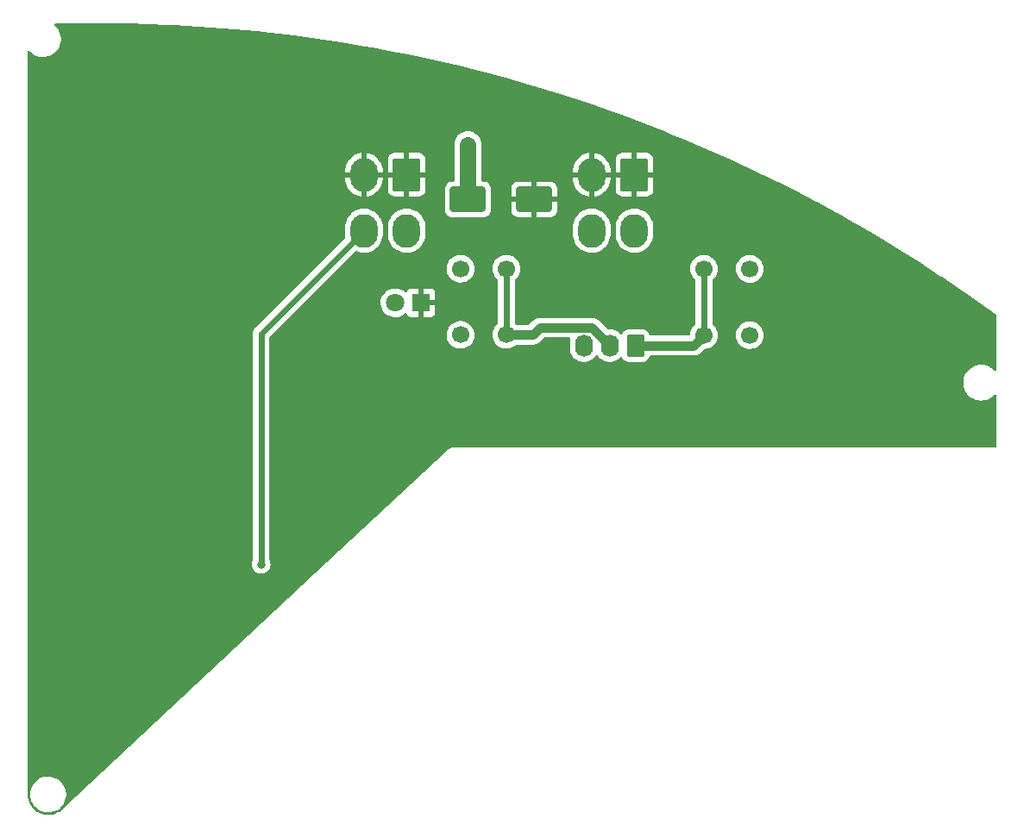
<source format=gbr>
%TF.GenerationSoftware,KiCad,Pcbnew,(6.0.9)*%
%TF.CreationDate,2023-01-27T19:59:26-09:00*%
%TF.ProjectId,EYEBROW WARNING INDICATOR_RIGHT,45594542-524f-4572-9057-41524e494e47,rev?*%
%TF.SameCoordinates,Original*%
%TF.FileFunction,Copper,L2,Bot*%
%TF.FilePolarity,Positive*%
%FSLAX46Y46*%
G04 Gerber Fmt 4.6, Leading zero omitted, Abs format (unit mm)*
G04 Created by KiCad (PCBNEW (6.0.9)) date 2023-01-27 19:59:26*
%MOMM*%
%LPD*%
G01*
G04 APERTURE LIST*
G04 Aperture macros list*
%AMRoundRect*
0 Rectangle with rounded corners*
0 $1 Rounding radius*
0 $2 $3 $4 $5 $6 $7 $8 $9 X,Y pos of 4 corners*
0 Add a 4 corners polygon primitive as box body*
4,1,4,$2,$3,$4,$5,$6,$7,$8,$9,$2,$3,0*
0 Add four circle primitives for the rounded corners*
1,1,$1+$1,$2,$3*
1,1,$1+$1,$4,$5*
1,1,$1+$1,$6,$7*
1,1,$1+$1,$8,$9*
0 Add four rect primitives between the rounded corners*
20,1,$1+$1,$2,$3,$4,$5,0*
20,1,$1+$1,$4,$5,$6,$7,0*
20,1,$1+$1,$6,$7,$8,$9,0*
20,1,$1+$1,$8,$9,$2,$3,0*%
G04 Aperture macros list end*
%TA.AperFunction,SMDPad,CuDef*%
%ADD10RoundRect,0.250000X1.500000X1.000000X-1.500000X1.000000X-1.500000X-1.000000X1.500000X-1.000000X0*%
%TD*%
%TA.AperFunction,ComponentPad*%
%ADD11RoundRect,0.250001X1.099999X1.399999X-1.099999X1.399999X-1.099999X-1.399999X1.099999X-1.399999X0*%
%TD*%
%TA.AperFunction,ComponentPad*%
%ADD12O,2.700000X3.300000*%
%TD*%
%TA.AperFunction,ComponentPad*%
%ADD13RoundRect,0.250000X0.620000X0.845000X-0.620000X0.845000X-0.620000X-0.845000X0.620000X-0.845000X0*%
%TD*%
%TA.AperFunction,ComponentPad*%
%ADD14O,1.740000X2.190000*%
%TD*%
%TA.AperFunction,ComponentPad*%
%ADD15C,1.700000*%
%TD*%
%TA.AperFunction,ComponentPad*%
%ADD16R,1.800000X1.800000*%
%TD*%
%TA.AperFunction,ComponentPad*%
%ADD17C,1.800000*%
%TD*%
%TA.AperFunction,ViaPad*%
%ADD18C,0.800000*%
%TD*%
%TA.AperFunction,Conductor*%
%ADD19C,1.625600*%
%TD*%
%TA.AperFunction,Conductor*%
%ADD20C,0.609600*%
%TD*%
%TA.AperFunction,Conductor*%
%ADD21C,0.914400*%
%TD*%
G04 APERTURE END LIST*
D10*
%TO.P,C1,1*%
%TO.N,+5V*%
X151573300Y-75272144D03*
%TO.P,C1,2*%
%TO.N,GND*%
X145073300Y-75272144D03*
%TD*%
D11*
%TO.P,J2,1*%
%TO.N,+5V*%
X139061300Y-72844144D03*
D12*
%TO.P,J2,2*%
X134861300Y-72844144D03*
%TO.P,J2,3*%
%TO.N,GND*%
X139061300Y-78344144D03*
%TO.P,J2,4*%
%TO.N,/DOUT*%
X134861300Y-78344144D03*
%TD*%
D11*
%TO.P,J1,1*%
%TO.N,+5V*%
X161413300Y-72844144D03*
D12*
%TO.P,J1,2*%
X157213300Y-72844144D03*
%TO.P,J1,3*%
%TO.N,GND*%
X161413300Y-78344144D03*
%TO.P,J1,4*%
%TO.N,/DIN*%
X157213300Y-78344144D03*
%TD*%
D13*
%TO.P,J3,1*%
%TO.N,/FIRE_SW*%
X161531300Y-89623143D03*
D14*
%TO.P,J3,2*%
%TO.N,/MC_SW*%
X158991300Y-89623143D03*
%TO.P,J3,3*%
%TO.N,GND*%
X156451300Y-89623143D03*
%TD*%
D15*
%TO.P,SW2,1*%
%TO.N,/MC_SW*%
X148842849Y-82075596D03*
%TO.P,SW2,2*%
X148842849Y-88575596D03*
%TO.P,SW2,3*%
%TO.N,GND*%
X144342849Y-82075596D03*
%TO.P,SW2,4*%
X144342849Y-88575596D03*
%TD*%
%TO.P,SW1,1*%
%TO.N,/FIRE_SW*%
X168223049Y-88603396D03*
%TO.P,SW1,2*%
X168223049Y-82103396D03*
%TO.P,SW1,3*%
%TO.N,GND*%
X172723049Y-88603396D03*
%TO.P,SW1,4*%
X172723049Y-82103396D03*
%TD*%
D16*
%TO.P,D1,1*%
%TO.N,+5V*%
X140449300Y-85432143D03*
D17*
%TO.P,D1,2*%
%TO.N,Net-(D1-Pad2)*%
X137909300Y-85432143D03*
%TD*%
D18*
%TO.N,GND*%
X145073300Y-69876996D03*
X145073300Y-71146996D03*
X145073300Y-72416996D03*
%TO.N,+5V*%
X142557499Y-91442797D03*
X151447499Y-79377797D03*
X110172499Y-118747797D03*
X102552499Y-118747797D03*
X105727499Y-106047797D03*
X114617499Y-106047797D03*
X122872499Y-106047797D03*
X131762499Y-106047797D03*
X127952499Y-100967797D03*
X119697499Y-100967797D03*
X110807499Y-100967797D03*
X102552499Y-100967797D03*
X105727499Y-87632797D03*
X114617499Y-87632797D03*
X122872499Y-87632797D03*
X131762499Y-87632797D03*
X127952499Y-81917797D03*
X119062499Y-81917797D03*
X110807499Y-81917797D03*
X102552499Y-82552797D03*
X105727499Y-69852797D03*
X114617499Y-69852797D03*
X122872499Y-69852797D03*
X131762499Y-69852797D03*
X151447499Y-86362797D03*
X165417499Y-83822797D03*
X166687499Y-91442797D03*
X175577499Y-86362797D03*
X174307499Y-79377797D03*
%TO.N,/DOUT*%
X124777499Y-111127797D03*
%TD*%
D19*
%TO.N,GND*%
X145073300Y-75272144D02*
X145073300Y-72416996D01*
X145073300Y-69876996D02*
X145073300Y-69876996D01*
X145073300Y-71146996D02*
X145073300Y-69876996D01*
X145073300Y-72416996D02*
X145073300Y-71146996D01*
D20*
%TO.N,/DOUT*%
X124777499Y-88427945D02*
X134861300Y-78344144D01*
X124777499Y-111127797D02*
X124777499Y-88427945D01*
D21*
%TO.N,/MC_SW*%
X151447758Y-88562196D02*
X148839049Y-88562196D01*
X152139021Y-87870933D02*
X151447758Y-88562196D01*
X157239090Y-87870933D02*
X152139021Y-87870933D01*
X158991300Y-89623143D02*
X157239090Y-87870933D01*
D20*
X148842849Y-82075596D02*
X148842849Y-88575596D01*
D21*
%TO.N,/FIRE_SW*%
X167238102Y-89623143D02*
X168259049Y-88602196D01*
X161531300Y-89623143D02*
X167238102Y-89623143D01*
D20*
X168223049Y-82103396D02*
X168223049Y-88603396D01*
%TD*%
%TA.AperFunction,Conductor*%
%TO.N,+5V*%
G36*
X109177317Y-57980297D02*
G01*
X109192150Y-57982607D01*
X109192154Y-57982607D01*
X109201023Y-57983988D01*
X109209924Y-57982824D01*
X109209929Y-57982824D01*
X109230183Y-57980175D01*
X109247517Y-57979115D01*
X111559254Y-57997405D01*
X111561247Y-57997436D01*
X113911743Y-58053233D01*
X113913736Y-58053297D01*
X115431496Y-58113365D01*
X116262890Y-58146269D01*
X116264840Y-58146361D01*
X118612401Y-58276500D01*
X118614292Y-58276620D01*
X120959518Y-58443887D01*
X120961442Y-58444040D01*
X123303648Y-58648385D01*
X123305563Y-58648568D01*
X124355510Y-58756934D01*
X125644222Y-58889944D01*
X125646203Y-58890164D01*
X127980771Y-59168513D01*
X127982751Y-59168765D01*
X130312623Y-59484019D01*
X130314498Y-59484288D01*
X132639104Y-59836366D01*
X132641035Y-59836674D01*
X133074383Y-59909339D01*
X134959738Y-60225481D01*
X134961702Y-60225826D01*
X135684491Y-60358816D01*
X137274016Y-60651281D01*
X137275877Y-60651639D01*
X138689552Y-60934943D01*
X139581206Y-61113633D01*
X139583158Y-61114041D01*
X141880745Y-61612420D01*
X141882690Y-61612858D01*
X144172105Y-62147529D01*
X144174041Y-62147997D01*
X146454873Y-62718863D01*
X146456746Y-62719348D01*
X148728187Y-63326211D01*
X148730018Y-63326716D01*
X149845471Y-63643724D01*
X150991561Y-63969439D01*
X150993474Y-63969999D01*
X152159976Y-64321554D01*
X153244563Y-64648422D01*
X153246383Y-64648986D01*
X154398257Y-65016111D01*
X155486454Y-65362941D01*
X155488349Y-65363561D01*
X156511041Y-65707430D01*
X157716940Y-66112901D01*
X157718692Y-66113506D01*
X159555577Y-66763665D01*
X159935041Y-66897975D01*
X159936914Y-66898655D01*
X162140546Y-67718081D01*
X162142367Y-67718774D01*
X164332859Y-68573004D01*
X164334690Y-68573735D01*
X165038117Y-68860955D01*
X166511346Y-69462497D01*
X166513186Y-69463266D01*
X168675425Y-70386320D01*
X168677252Y-70387117D01*
X170824645Y-71344280D01*
X170826460Y-71345106D01*
X171374606Y-71599903D01*
X172958467Y-72336137D01*
X172960237Y-72336977D01*
X175076370Y-73361653D01*
X175078157Y-73362536D01*
X175693953Y-73672839D01*
X177177711Y-74420513D01*
X177179382Y-74421372D01*
X178287280Y-75001807D01*
X179261985Y-75512462D01*
X179263744Y-75513401D01*
X179320443Y-75544259D01*
X181262321Y-76601112D01*
X181328824Y-76637306D01*
X181330545Y-76638261D01*
X182876769Y-77511772D01*
X183377532Y-77794669D01*
X183379245Y-77795654D01*
X185407718Y-78984328D01*
X185409431Y-78985350D01*
X187418819Y-80205956D01*
X187420514Y-80207004D01*
X188338249Y-80784557D01*
X189373692Y-81436186D01*
X189410328Y-81459242D01*
X189411981Y-81460300D01*
X190495921Y-82166636D01*
X191381787Y-82743900D01*
X191383449Y-82745002D01*
X191619332Y-82904085D01*
X193332717Y-84059619D01*
X193334244Y-84060666D01*
X194342733Y-84764274D01*
X195262427Y-85405931D01*
X195264053Y-85407084D01*
X196911520Y-86595690D01*
X196955060Y-86651768D01*
X196963798Y-86697872D01*
X196963798Y-92009219D01*
X196943796Y-92077340D01*
X196890140Y-92123833D01*
X196819866Y-92133937D01*
X196755286Y-92104443D01*
X196743795Y-92093120D01*
X196668395Y-92008642D01*
X196665280Y-92005152D01*
X196464328Y-91838021D01*
X196417142Y-91809388D01*
X196244876Y-91704854D01*
X196244872Y-91704852D01*
X196240879Y-91702429D01*
X195999843Y-91601355D01*
X195746515Y-91537017D01*
X195741864Y-91536549D01*
X195741860Y-91536548D01*
X195532569Y-91515474D01*
X195529431Y-91515158D01*
X195373944Y-91515158D01*
X195371619Y-91515331D01*
X195371613Y-91515331D01*
X195184298Y-91529251D01*
X195184294Y-91529252D01*
X195179646Y-91529597D01*
X195175098Y-91530626D01*
X195175092Y-91530627D01*
X194988697Y-91572805D01*
X194924721Y-91587281D01*
X194920369Y-91588973D01*
X194920367Y-91588974D01*
X194685474Y-91680318D01*
X194685471Y-91680319D01*
X194681121Y-91682011D01*
X194454200Y-91811707D01*
X194248941Y-91973520D01*
X194069855Y-92163895D01*
X193920874Y-92378649D01*
X193805273Y-92613065D01*
X193725591Y-92861993D01*
X193683577Y-93119965D01*
X193680156Y-93381313D01*
X193715402Y-93640296D01*
X193788541Y-93891225D01*
X193897966Y-94128586D01*
X193924244Y-94168667D01*
X194038708Y-94343254D01*
X194038712Y-94343259D01*
X194041274Y-94347167D01*
X194215316Y-94542164D01*
X194416268Y-94709295D01*
X194420271Y-94711724D01*
X194635720Y-94842462D01*
X194635724Y-94842464D01*
X194639717Y-94844887D01*
X194880753Y-94945961D01*
X195134081Y-95010299D01*
X195138732Y-95010767D01*
X195138736Y-95010768D01*
X195331606Y-95030189D01*
X195351165Y-95032158D01*
X195506652Y-95032158D01*
X195508977Y-95031985D01*
X195508983Y-95031985D01*
X195696298Y-95018065D01*
X195696302Y-95018064D01*
X195700950Y-95017719D01*
X195705498Y-95016690D01*
X195705504Y-95016689D01*
X195891899Y-94974511D01*
X195955875Y-94960035D01*
X195992067Y-94945961D01*
X196195122Y-94866998D01*
X196195125Y-94866997D01*
X196199475Y-94865305D01*
X196426396Y-94735609D01*
X196631655Y-94573796D01*
X196746022Y-94452219D01*
X196807267Y-94416307D01*
X196878205Y-94419207D01*
X196936313Y-94459998D01*
X196963144Y-94525729D01*
X196963798Y-94538552D01*
X196963798Y-99539547D01*
X196943796Y-99607668D01*
X196890140Y-99654161D01*
X196837798Y-99665547D01*
X143587021Y-99665547D01*
X143580481Y-99665171D01*
X143574897Y-99663703D01*
X143509289Y-99665500D01*
X143505839Y-99665547D01*
X143479508Y-99665547D01*
X143475083Y-99666180D01*
X143471997Y-99666400D01*
X143466506Y-99666671D01*
X143438266Y-99667445D01*
X143438265Y-99667445D01*
X143429295Y-99667691D01*
X143420755Y-99670444D01*
X143420752Y-99670445D01*
X143411331Y-99673483D01*
X143390522Y-99678291D01*
X143380720Y-99679694D01*
X143380716Y-99679695D01*
X143371834Y-99680967D01*
X143338914Y-99695935D01*
X143338745Y-99696012D01*
X143325256Y-99701234D01*
X143290664Y-99712386D01*
X143275041Y-99722991D01*
X143256433Y-99733437D01*
X143239239Y-99741255D01*
X143232436Y-99747117D01*
X143211703Y-99764982D01*
X143205874Y-99769448D01*
X143205895Y-99769474D01*
X143202088Y-99772512D01*
X143198064Y-99775243D01*
X143194514Y-99778555D01*
X143194511Y-99778558D01*
X143179033Y-99793002D01*
X143175333Y-99796320D01*
X143128894Y-99836334D01*
X143124456Y-99843181D01*
X143117044Y-99850845D01*
X130058491Y-112036297D01*
X105295363Y-135143750D01*
X105280174Y-135155872D01*
X105260326Y-135169345D01*
X105254611Y-135176270D01*
X105254610Y-135176271D01*
X105249759Y-135182149D01*
X105232425Y-135199420D01*
X105063018Y-135338194D01*
X105049820Y-135347653D01*
X104945618Y-135412598D01*
X104841418Y-135477541D01*
X104827111Y-135485225D01*
X104603732Y-135587231D01*
X104588555Y-135593011D01*
X104353915Y-135665437D01*
X104338122Y-135669217D01*
X104096110Y-135710864D01*
X104079961Y-135712581D01*
X104009638Y-135715497D01*
X103834606Y-135722754D01*
X103818375Y-135722380D01*
X103643447Y-135707028D01*
X103573740Y-135700910D01*
X103557687Y-135698450D01*
X103317854Y-135645695D01*
X103302252Y-135641191D01*
X103071196Y-135558027D01*
X103056313Y-135551558D01*
X102837868Y-135439365D01*
X102823930Y-135431030D01*
X102621737Y-135291676D01*
X102608987Y-135281618D01*
X102498379Y-135182149D01*
X102426390Y-135117410D01*
X102415047Y-135105803D01*
X102255086Y-134919470D01*
X102245325Y-134906494D01*
X102110659Y-134701136D01*
X102102656Y-134687026D01*
X101995516Y-134466042D01*
X101989393Y-134451013D01*
X101911573Y-134218102D01*
X101907430Y-134202401D01*
X101873454Y-134028999D01*
X101860211Y-133961406D01*
X101858123Y-133945311D01*
X101848724Y-133799799D01*
X102113157Y-133799799D01*
X102148403Y-134058782D01*
X102149711Y-134063268D01*
X102149711Y-134063270D01*
X102169397Y-134130808D01*
X102221542Y-134309711D01*
X102330967Y-134547072D01*
X102333530Y-134550981D01*
X102471709Y-134761740D01*
X102471713Y-134761745D01*
X102474275Y-134765653D01*
X102648317Y-134960650D01*
X102849269Y-135127781D01*
X102853272Y-135130210D01*
X103068721Y-135260948D01*
X103068725Y-135260950D01*
X103072718Y-135263373D01*
X103313754Y-135364447D01*
X103567082Y-135428785D01*
X103571733Y-135429253D01*
X103571737Y-135429254D01*
X103764607Y-135448675D01*
X103784166Y-135450644D01*
X103939653Y-135450644D01*
X103941978Y-135450471D01*
X103941984Y-135450471D01*
X104129299Y-135436551D01*
X104129303Y-135436550D01*
X104133951Y-135436205D01*
X104138499Y-135435176D01*
X104138505Y-135435175D01*
X104324900Y-135392997D01*
X104388876Y-135378521D01*
X104425068Y-135364447D01*
X104628123Y-135285484D01*
X104628126Y-135285483D01*
X104632476Y-135283791D01*
X104859397Y-135154095D01*
X105064656Y-134992282D01*
X105243742Y-134801907D01*
X105392723Y-134587153D01*
X105508324Y-134352737D01*
X105588006Y-134103809D01*
X105630020Y-133845837D01*
X105633441Y-133584489D01*
X105598195Y-133325506D01*
X105583772Y-133276021D01*
X105526367Y-133079076D01*
X105525056Y-133074577D01*
X105415631Y-132837216D01*
X105382818Y-132787168D01*
X105274889Y-132622548D01*
X105274885Y-132622543D01*
X105272323Y-132618635D01*
X105098281Y-132423638D01*
X104897329Y-132256507D01*
X104850143Y-132227874D01*
X104677877Y-132123340D01*
X104677873Y-132123338D01*
X104673880Y-132120915D01*
X104432844Y-132019841D01*
X104179516Y-131955503D01*
X104174865Y-131955035D01*
X104174861Y-131955034D01*
X103965570Y-131933960D01*
X103962432Y-131933644D01*
X103806945Y-131933644D01*
X103804620Y-131933817D01*
X103804614Y-131933817D01*
X103617299Y-131947737D01*
X103617295Y-131947738D01*
X103612647Y-131948083D01*
X103608099Y-131949112D01*
X103608093Y-131949113D01*
X103421698Y-131991291D01*
X103357722Y-132005767D01*
X103353370Y-132007459D01*
X103353368Y-132007460D01*
X103118475Y-132098804D01*
X103118472Y-132098805D01*
X103114122Y-132100497D01*
X102887201Y-132230193D01*
X102681942Y-132392006D01*
X102502856Y-132582381D01*
X102353875Y-132797135D01*
X102238274Y-133031551D01*
X102158592Y-133280479D01*
X102116578Y-133538451D01*
X102113157Y-133799799D01*
X101848724Y-133799799D01*
X101844480Y-133734092D01*
X101845581Y-133709619D01*
X101845610Y-133707279D01*
X101846990Y-133698411D01*
X101842863Y-133666854D01*
X101841799Y-133650515D01*
X101841799Y-111127797D01*
X123863995Y-111127797D01*
X123883957Y-111317725D01*
X123942972Y-111499353D01*
X124038459Y-111664741D01*
X124166246Y-111806663D01*
X124320747Y-111918915D01*
X124326775Y-111921599D01*
X124326777Y-111921600D01*
X124489180Y-111993906D01*
X124495211Y-111996591D01*
X124588612Y-112016444D01*
X124675555Y-112034925D01*
X124675560Y-112034925D01*
X124682012Y-112036297D01*
X124872986Y-112036297D01*
X124879438Y-112034925D01*
X124879443Y-112034925D01*
X124966386Y-112016444D01*
X125059787Y-111996591D01*
X125065818Y-111993906D01*
X125228221Y-111921600D01*
X125228223Y-111921599D01*
X125234251Y-111918915D01*
X125388752Y-111806663D01*
X125516539Y-111664741D01*
X125612026Y-111499353D01*
X125671041Y-111317725D01*
X125691003Y-111127797D01*
X125671041Y-110937869D01*
X125612026Y-110756241D01*
X125607682Y-110748717D01*
X125607322Y-110747374D01*
X125606038Y-110744490D01*
X125606495Y-110744287D01*
X125590799Y-110685714D01*
X125590799Y-88817015D01*
X125610801Y-88748894D01*
X125627704Y-88727920D01*
X125813333Y-88542291D01*
X142980100Y-88542291D01*
X142980397Y-88547444D01*
X142980397Y-88547447D01*
X142987463Y-88669986D01*
X142992959Y-88765311D01*
X142994096Y-88770357D01*
X142994097Y-88770363D01*
X143004611Y-88817015D01*
X143042071Y-88983235D01*
X143126115Y-89190212D01*
X143143151Y-89218012D01*
X143205164Y-89319208D01*
X143242836Y-89380684D01*
X143389099Y-89549534D01*
X143560975Y-89692228D01*
X143753849Y-89804934D01*
X143962541Y-89884626D01*
X143967609Y-89885657D01*
X143967612Y-89885658D01*
X144058853Y-89904221D01*
X144181446Y-89929163D01*
X144186621Y-89929353D01*
X144186623Y-89929353D01*
X144399522Y-89937160D01*
X144399526Y-89937160D01*
X144404686Y-89937349D01*
X144409806Y-89936693D01*
X144409808Y-89936693D01*
X144621137Y-89909621D01*
X144621138Y-89909621D01*
X144626265Y-89908964D01*
X144642074Y-89904221D01*
X144835278Y-89846257D01*
X144835283Y-89846255D01*
X144840233Y-89844770D01*
X145040843Y-89746492D01*
X145222709Y-89616769D01*
X145258969Y-89580636D01*
X145320435Y-89519384D01*
X145380945Y-89459085D01*
X145384325Y-89454382D01*
X145508284Y-89281873D01*
X145511302Y-89277673D01*
X145514061Y-89272092D01*
X145607985Y-89082049D01*
X145607986Y-89082047D01*
X145610279Y-89077407D01*
X145675219Y-88863665D01*
X145704378Y-88642186D01*
X145706005Y-88575596D01*
X145703267Y-88542291D01*
X147480100Y-88542291D01*
X147480397Y-88547444D01*
X147480397Y-88547447D01*
X147487463Y-88669986D01*
X147492959Y-88765311D01*
X147494096Y-88770357D01*
X147494097Y-88770363D01*
X147504611Y-88817015D01*
X147542071Y-88983235D01*
X147626115Y-89190212D01*
X147643151Y-89218012D01*
X147705164Y-89319208D01*
X147742836Y-89380684D01*
X147889099Y-89549534D01*
X148060975Y-89692228D01*
X148253849Y-89804934D01*
X148462541Y-89884626D01*
X148467609Y-89885657D01*
X148467612Y-89885658D01*
X148558853Y-89904221D01*
X148681446Y-89929163D01*
X148686621Y-89929353D01*
X148686623Y-89929353D01*
X148899522Y-89937160D01*
X148899526Y-89937160D01*
X148904686Y-89937349D01*
X148909806Y-89936693D01*
X148909808Y-89936693D01*
X149121137Y-89909621D01*
X149121138Y-89909621D01*
X149126265Y-89908964D01*
X149142074Y-89904221D01*
X149335278Y-89846257D01*
X149335283Y-89846255D01*
X149340233Y-89844770D01*
X149540843Y-89746492D01*
X149722709Y-89616769D01*
X149775016Y-89564645D01*
X149837386Y-89530729D01*
X149863955Y-89527896D01*
X151432118Y-89527896D01*
X151435636Y-89527945D01*
X151512467Y-89530091D01*
X151512469Y-89530091D01*
X151518849Y-89530269D01*
X151532307Y-89527896D01*
X151576034Y-89520186D01*
X151585180Y-89518917D01*
X151636593Y-89513695D01*
X151636596Y-89513694D01*
X151642940Y-89513050D01*
X151649028Y-89511142D01*
X151649029Y-89511142D01*
X151669170Y-89504830D01*
X151684969Y-89500978D01*
X151712055Y-89496202D01*
X151766048Y-89474824D01*
X151774722Y-89471752D01*
X151830150Y-89454382D01*
X151835737Y-89451285D01*
X151835742Y-89451283D01*
X151854200Y-89441051D01*
X151868896Y-89434104D01*
X151894465Y-89423980D01*
X151899803Y-89420487D01*
X151899805Y-89420486D01*
X151943052Y-89392186D01*
X151950949Y-89387422D01*
X151975910Y-89373586D01*
X151996157Y-89362363D01*
X151996160Y-89362361D01*
X152001738Y-89359269D01*
X152022615Y-89341376D01*
X152035615Y-89331616D01*
X152041540Y-89327739D01*
X152058627Y-89316557D01*
X152063413Y-89312247D01*
X152100849Y-89274811D01*
X152107946Y-89268238D01*
X152145851Y-89235750D01*
X152145853Y-89235747D01*
X152150697Y-89231596D01*
X152168778Y-89208286D01*
X152179243Y-89196417D01*
X152502122Y-88873538D01*
X152564434Y-88839512D01*
X152591217Y-88836633D01*
X155008802Y-88836633D01*
X155076923Y-88856635D01*
X155123416Y-88910291D01*
X155133520Y-88980565D01*
X155127241Y-89005624D01*
X155125277Y-89011035D01*
X155115584Y-89037739D01*
X155073956Y-89267946D01*
X155072800Y-89292459D01*
X155072800Y-89906881D01*
X155087595Y-90081245D01*
X155088933Y-90086402D01*
X155088934Y-90086405D01*
X155143516Y-90296697D01*
X155146367Y-90307683D01*
X155148559Y-90312549D01*
X155148560Y-90312552D01*
X155209739Y-90448363D01*
X155242450Y-90520980D01*
X155245434Y-90525413D01*
X155245435Y-90525414D01*
X155250334Y-90532690D01*
X155373098Y-90715039D01*
X155534576Y-90884311D01*
X155722265Y-91023956D01*
X155727016Y-91026372D01*
X155727020Y-91026374D01*
X155841497Y-91084577D01*
X155930800Y-91129981D01*
X156154217Y-91199353D01*
X156159504Y-91200054D01*
X156159505Y-91200054D01*
X156380845Y-91229391D01*
X156380849Y-91229391D01*
X156386129Y-91230091D01*
X156391458Y-91229891D01*
X156391460Y-91229891D01*
X156503016Y-91225703D01*
X156619904Y-91221315D01*
X156732113Y-91197771D01*
X156843632Y-91174372D01*
X156843635Y-91174371D01*
X156848859Y-91173275D01*
X157066446Y-91087346D01*
X157176160Y-91020770D01*
X157261883Y-90968752D01*
X157261886Y-90968750D01*
X157266444Y-90965984D01*
X157443134Y-90812660D01*
X157591465Y-90631757D01*
X157594101Y-90627127D01*
X157594104Y-90627122D01*
X157612601Y-90594627D01*
X157663684Y-90545321D01*
X157733315Y-90531460D01*
X157799385Y-90557444D01*
X157826623Y-90586593D01*
X157832032Y-90594627D01*
X157913098Y-90715039D01*
X158074576Y-90884311D01*
X158262265Y-91023956D01*
X158267016Y-91026372D01*
X158267020Y-91026374D01*
X158381497Y-91084577D01*
X158470800Y-91129981D01*
X158694217Y-91199353D01*
X158699504Y-91200054D01*
X158699505Y-91200054D01*
X158920845Y-91229391D01*
X158920849Y-91229391D01*
X158926129Y-91230091D01*
X158931458Y-91229891D01*
X158931460Y-91229891D01*
X159043016Y-91225703D01*
X159159904Y-91221315D01*
X159272113Y-91197771D01*
X159383632Y-91174372D01*
X159383635Y-91174371D01*
X159388859Y-91173275D01*
X159606446Y-91087346D01*
X159716160Y-91020770D01*
X159801883Y-90968752D01*
X159801886Y-90968750D01*
X159806444Y-90965984D01*
X159983134Y-90812660D01*
X160013708Y-90775372D01*
X160072367Y-90735379D01*
X160143338Y-90733448D01*
X160204086Y-90770193D01*
X160219033Y-90792533D01*
X160219750Y-90792089D01*
X160312822Y-90942491D01*
X160437997Y-91067448D01*
X160444227Y-91071288D01*
X160444228Y-91071289D01*
X160581390Y-91155837D01*
X160588562Y-91160258D01*
X160631115Y-91174372D01*
X160749911Y-91213775D01*
X160749913Y-91213775D01*
X160756439Y-91215940D01*
X160763275Y-91216640D01*
X160763278Y-91216641D01*
X160806331Y-91221052D01*
X160860900Y-91226643D01*
X162201700Y-91226643D01*
X162204946Y-91226306D01*
X162204950Y-91226306D01*
X162300608Y-91216381D01*
X162300612Y-91216380D01*
X162307466Y-91215669D01*
X162314002Y-91213488D01*
X162314004Y-91213488D01*
X162446106Y-91169415D01*
X162475246Y-91159693D01*
X162625648Y-91066621D01*
X162750605Y-90941446D01*
X162829990Y-90812660D01*
X162839575Y-90797111D01*
X162839576Y-90797109D01*
X162843415Y-90790881D01*
X162881793Y-90675175D01*
X162922222Y-90616816D01*
X162987786Y-90589579D01*
X163001385Y-90588843D01*
X167222462Y-90588843D01*
X167225980Y-90588892D01*
X167302811Y-90591038D01*
X167302813Y-90591038D01*
X167309193Y-90591216D01*
X167322651Y-90588843D01*
X167366378Y-90581133D01*
X167375524Y-90579864D01*
X167426937Y-90574642D01*
X167426940Y-90574641D01*
X167433284Y-90573997D01*
X167439372Y-90572089D01*
X167439373Y-90572089D01*
X167459514Y-90565777D01*
X167475313Y-90561925D01*
X167502399Y-90557149D01*
X167556392Y-90535771D01*
X167565066Y-90532699D01*
X167620494Y-90515329D01*
X167626081Y-90512232D01*
X167626086Y-90512230D01*
X167644544Y-90501998D01*
X167659240Y-90495051D01*
X167684809Y-90484927D01*
X167690147Y-90481434D01*
X167690149Y-90481433D01*
X167733396Y-90453133D01*
X167741293Y-90448369D01*
X167766254Y-90434533D01*
X167786501Y-90423310D01*
X167786504Y-90423308D01*
X167792082Y-90420216D01*
X167812959Y-90402323D01*
X167825959Y-90392563D01*
X167834189Y-90387177D01*
X167848971Y-90377504D01*
X167853757Y-90373194D01*
X167891193Y-90335758D01*
X167898290Y-90329185D01*
X167936195Y-90296697D01*
X167936197Y-90296694D01*
X167941041Y-90292543D01*
X167959122Y-90269233D01*
X167969587Y-90257364D01*
X168227992Y-89998959D01*
X168290304Y-89964933D01*
X168301077Y-89963075D01*
X168501337Y-89937421D01*
X168501338Y-89937421D01*
X168506465Y-89936764D01*
X168531167Y-89929353D01*
X168715478Y-89874057D01*
X168715483Y-89874055D01*
X168720433Y-89872570D01*
X168921043Y-89774292D01*
X169102909Y-89644569D01*
X169261145Y-89486885D01*
X169286728Y-89451283D01*
X169388484Y-89309673D01*
X169391502Y-89305473D01*
X169398670Y-89290971D01*
X169488185Y-89109849D01*
X169488186Y-89109847D01*
X169490479Y-89105207D01*
X169555419Y-88891465D01*
X169584578Y-88669986D01*
X169584710Y-88664586D01*
X169586123Y-88606761D01*
X169586123Y-88606757D01*
X169586205Y-88603396D01*
X169583467Y-88570091D01*
X171360300Y-88570091D01*
X171360597Y-88575244D01*
X171360597Y-88575247D01*
X171371258Y-88760143D01*
X171373159Y-88793111D01*
X171374296Y-88798157D01*
X171374297Y-88798163D01*
X171378546Y-88817015D01*
X171422271Y-89011035D01*
X171506315Y-89218012D01*
X171539455Y-89272092D01*
X171613049Y-89392186D01*
X171623036Y-89408484D01*
X171769299Y-89577334D01*
X171941175Y-89720028D01*
X172134049Y-89832734D01*
X172342741Y-89912426D01*
X172347809Y-89913457D01*
X172347812Y-89913458D01*
X172419928Y-89928130D01*
X172561646Y-89956963D01*
X172566821Y-89957153D01*
X172566823Y-89957153D01*
X172779722Y-89964960D01*
X172779726Y-89964960D01*
X172784886Y-89965149D01*
X172790006Y-89964493D01*
X172790008Y-89964493D01*
X173001337Y-89937421D01*
X173001338Y-89937421D01*
X173006465Y-89936764D01*
X173031167Y-89929353D01*
X173215478Y-89874057D01*
X173215483Y-89874055D01*
X173220433Y-89872570D01*
X173421043Y-89774292D01*
X173602909Y-89644569D01*
X173761145Y-89486885D01*
X173786728Y-89451283D01*
X173888484Y-89309673D01*
X173891502Y-89305473D01*
X173898670Y-89290971D01*
X173988185Y-89109849D01*
X173988186Y-89109847D01*
X173990479Y-89105207D01*
X174055419Y-88891465D01*
X174084578Y-88669986D01*
X174084710Y-88664586D01*
X174086123Y-88606761D01*
X174086123Y-88606757D01*
X174086205Y-88603396D01*
X174067901Y-88380757D01*
X174013480Y-88164098D01*
X173924403Y-87959236D01*
X173803063Y-87771673D01*
X173652719Y-87606447D01*
X173648665Y-87603245D01*
X173648664Y-87603244D01*
X173481463Y-87471196D01*
X173481459Y-87471194D01*
X173477408Y-87467994D01*
X173281838Y-87360034D01*
X173276969Y-87358310D01*
X173276965Y-87358308D01*
X173076136Y-87287191D01*
X173076132Y-87287190D01*
X173071261Y-87285465D01*
X173066168Y-87284558D01*
X173066165Y-87284557D01*
X172856422Y-87247196D01*
X172856416Y-87247195D01*
X172851333Y-87246290D01*
X172777501Y-87245388D01*
X172633130Y-87243624D01*
X172633128Y-87243624D01*
X172627960Y-87243561D01*
X172407140Y-87277351D01*
X172194805Y-87346753D01*
X172164492Y-87362533D01*
X172044095Y-87425208D01*
X171996656Y-87449903D01*
X171992523Y-87453006D01*
X171992520Y-87453008D01*
X171822156Y-87580921D01*
X171818014Y-87584031D01*
X171663678Y-87745534D01*
X171537792Y-87930076D01*
X171522052Y-87963986D01*
X171451348Y-88116305D01*
X171443737Y-88132701D01*
X171384038Y-88347966D01*
X171360300Y-88570091D01*
X169583467Y-88570091D01*
X169567901Y-88380757D01*
X169513480Y-88164098D01*
X169424403Y-87959236D01*
X169303063Y-87771673D01*
X169152719Y-87606447D01*
X169084256Y-87552378D01*
X169043194Y-87494462D01*
X169036349Y-87453497D01*
X169036349Y-83256940D01*
X169056351Y-83188819D01*
X169089177Y-83154364D01*
X169102909Y-83144569D01*
X169261145Y-82986885D01*
X169320643Y-82904085D01*
X169388484Y-82809673D01*
X169391502Y-82805473D01*
X169407535Y-82773034D01*
X169488185Y-82609849D01*
X169488186Y-82609847D01*
X169490479Y-82605207D01*
X169555419Y-82391465D01*
X169584578Y-82169986D01*
X169586205Y-82103396D01*
X169583467Y-82070091D01*
X171360300Y-82070091D01*
X171360597Y-82075244D01*
X171360597Y-82075247D01*
X171366060Y-82169986D01*
X171373159Y-82293111D01*
X171374296Y-82298157D01*
X171374297Y-82298163D01*
X171387903Y-82358535D01*
X171422271Y-82511035D01*
X171506315Y-82718012D01*
X171623036Y-82908484D01*
X171769299Y-83077334D01*
X171941175Y-83220028D01*
X172134049Y-83332734D01*
X172342741Y-83412426D01*
X172347809Y-83413457D01*
X172347812Y-83413458D01*
X172419928Y-83428130D01*
X172561646Y-83456963D01*
X172566821Y-83457153D01*
X172566823Y-83457153D01*
X172779722Y-83464960D01*
X172779726Y-83464960D01*
X172784886Y-83465149D01*
X172790006Y-83464493D01*
X172790008Y-83464493D01*
X173001337Y-83437421D01*
X173001338Y-83437421D01*
X173006465Y-83436764D01*
X173031167Y-83429353D01*
X173215478Y-83374057D01*
X173215483Y-83374055D01*
X173220433Y-83372570D01*
X173421043Y-83274292D01*
X173602909Y-83144569D01*
X173761145Y-82986885D01*
X173820643Y-82904085D01*
X173888484Y-82809673D01*
X173891502Y-82805473D01*
X173907535Y-82773034D01*
X173988185Y-82609849D01*
X173988186Y-82609847D01*
X173990479Y-82605207D01*
X174055419Y-82391465D01*
X174084578Y-82169986D01*
X174086205Y-82103396D01*
X174067901Y-81880757D01*
X174013480Y-81664098D01*
X173924403Y-81459236D01*
X173803063Y-81271673D01*
X173652719Y-81106447D01*
X173648668Y-81103248D01*
X173648664Y-81103244D01*
X173481463Y-80971196D01*
X173481459Y-80971194D01*
X173477408Y-80967994D01*
X173281838Y-80860034D01*
X173276969Y-80858310D01*
X173276965Y-80858308D01*
X173076136Y-80787191D01*
X173076132Y-80787190D01*
X173071261Y-80785465D01*
X173066168Y-80784558D01*
X173066165Y-80784557D01*
X172856422Y-80747196D01*
X172856416Y-80747195D01*
X172851333Y-80746290D01*
X172777501Y-80745388D01*
X172633130Y-80743624D01*
X172633128Y-80743624D01*
X172627960Y-80743561D01*
X172407140Y-80777351D01*
X172194805Y-80846753D01*
X172164492Y-80862533D01*
X172044095Y-80925208D01*
X171996656Y-80949903D01*
X171992523Y-80953006D01*
X171992520Y-80953008D01*
X171822149Y-81080926D01*
X171818014Y-81084031D01*
X171663678Y-81245534D01*
X171537792Y-81430076D01*
X171523755Y-81460317D01*
X171458821Y-81600206D01*
X171443737Y-81632701D01*
X171384038Y-81847966D01*
X171360300Y-82070091D01*
X169583467Y-82070091D01*
X169567901Y-81880757D01*
X169513480Y-81664098D01*
X169424403Y-81459236D01*
X169303063Y-81271673D01*
X169152719Y-81106447D01*
X169148668Y-81103248D01*
X169148664Y-81103244D01*
X168981463Y-80971196D01*
X168981459Y-80971194D01*
X168977408Y-80967994D01*
X168781838Y-80860034D01*
X168776969Y-80858310D01*
X168776965Y-80858308D01*
X168576136Y-80787191D01*
X168576132Y-80787190D01*
X168571261Y-80785465D01*
X168566168Y-80784558D01*
X168566165Y-80784557D01*
X168356422Y-80747196D01*
X168356416Y-80747195D01*
X168351333Y-80746290D01*
X168277501Y-80745388D01*
X168133130Y-80743624D01*
X168133128Y-80743624D01*
X168127960Y-80743561D01*
X167907140Y-80777351D01*
X167694805Y-80846753D01*
X167664492Y-80862533D01*
X167544095Y-80925208D01*
X167496656Y-80949903D01*
X167492523Y-80953006D01*
X167492520Y-80953008D01*
X167322149Y-81080926D01*
X167318014Y-81084031D01*
X167163678Y-81245534D01*
X167037792Y-81430076D01*
X167023755Y-81460317D01*
X166958821Y-81600206D01*
X166943737Y-81632701D01*
X166884038Y-81847966D01*
X166860300Y-82070091D01*
X166860597Y-82075244D01*
X166860597Y-82075247D01*
X166866060Y-82169986D01*
X166873159Y-82293111D01*
X166874296Y-82298157D01*
X166874297Y-82298163D01*
X166887903Y-82358535D01*
X166922271Y-82511035D01*
X167006315Y-82718012D01*
X167123036Y-82908484D01*
X167269299Y-83077334D01*
X167273274Y-83080634D01*
X167273277Y-83080637D01*
X167364234Y-83156151D01*
X167403869Y-83215054D01*
X167409749Y-83253095D01*
X167409749Y-87452195D01*
X167389747Y-87520316D01*
X167359402Y-87552955D01*
X167322155Y-87580921D01*
X167322149Y-87580927D01*
X167318014Y-87584031D01*
X167163678Y-87745534D01*
X167037792Y-87930076D01*
X167022052Y-87963986D01*
X166951348Y-88116305D01*
X166943737Y-88132701D01*
X166884038Y-88347966D01*
X166883489Y-88353103D01*
X166862999Y-88544832D01*
X166835871Y-88610442D01*
X166777579Y-88650970D01*
X166737712Y-88657443D01*
X163001449Y-88657443D01*
X162933328Y-88637441D01*
X162886835Y-88583785D01*
X162881925Y-88571319D01*
X162872241Y-88542291D01*
X162842850Y-88454197D01*
X162749778Y-88303795D01*
X162624603Y-88178838D01*
X162608831Y-88169116D01*
X162480268Y-88089868D01*
X162480266Y-88089867D01*
X162474038Y-88086028D01*
X162354056Y-88046232D01*
X162312689Y-88032511D01*
X162312687Y-88032511D01*
X162306161Y-88030346D01*
X162299325Y-88029646D01*
X162299322Y-88029645D01*
X162251749Y-88024771D01*
X162201700Y-88019643D01*
X160860900Y-88019643D01*
X160857654Y-88019980D01*
X160857650Y-88019980D01*
X160761992Y-88029905D01*
X160761988Y-88029906D01*
X160755134Y-88030617D01*
X160748598Y-88032798D01*
X160748596Y-88032798D01*
X160654968Y-88064035D01*
X160587354Y-88086593D01*
X160436952Y-88179665D01*
X160311995Y-88304840D01*
X160308155Y-88311070D01*
X160308154Y-88311071D01*
X160265199Y-88380757D01*
X160219185Y-88455405D01*
X160217038Y-88454081D01*
X160177988Y-88498433D01*
X160109711Y-88517895D01*
X160041751Y-88497355D01*
X160019539Y-88478871D01*
X159911710Y-88365837D01*
X159911698Y-88365827D01*
X159908024Y-88361975D01*
X159720335Y-88222330D01*
X159715584Y-88219914D01*
X159715580Y-88219912D01*
X159516556Y-88118723D01*
X159516555Y-88118723D01*
X159511800Y-88116305D01*
X159288383Y-88046933D01*
X159283096Y-88046232D01*
X159283095Y-88046232D01*
X159061755Y-88016895D01*
X159061751Y-88016895D01*
X159056471Y-88016195D01*
X159051142Y-88016395D01*
X159051140Y-88016395D01*
X158991861Y-88018620D01*
X158822696Y-88024971D01*
X158822664Y-88024118D01*
X158757173Y-88013322D01*
X158722768Y-87988905D01*
X157933006Y-87199143D01*
X157930553Y-87196621D01*
X157877737Y-87140769D01*
X157877732Y-87140765D01*
X157873352Y-87136133D01*
X157825796Y-87102833D01*
X157818433Y-87097265D01*
X157778376Y-87064596D01*
X157773431Y-87060563D01*
X157767776Y-87057607D01*
X157767772Y-87057604D01*
X157749066Y-87047825D01*
X157735169Y-87039376D01*
X157733540Y-87038235D01*
X157712646Y-87023605D01*
X157659357Y-87000545D01*
X157651019Y-86996568D01*
X157605223Y-86972626D01*
X157605224Y-86972626D01*
X157599569Y-86969670D01*
X157573134Y-86962090D01*
X157557825Y-86956609D01*
X157532594Y-86945690D01*
X157475765Y-86933818D01*
X157466802Y-86931600D01*
X157455297Y-86928301D01*
X157410983Y-86915594D01*
X157404623Y-86915105D01*
X157404619Y-86915104D01*
X157385952Y-86913668D01*
X157383569Y-86913485D01*
X157367468Y-86911193D01*
X157345297Y-86906561D01*
X157345298Y-86906561D01*
X157340554Y-86905570D01*
X157334123Y-86905233D01*
X157281171Y-86905233D01*
X157271505Y-86904862D01*
X157221734Y-86901032D01*
X157221730Y-86901032D01*
X157215374Y-86900543D01*
X157197033Y-86902860D01*
X157186117Y-86904239D01*
X157170325Y-86905233D01*
X152154661Y-86905233D01*
X152151143Y-86905184D01*
X152074312Y-86903038D01*
X152074310Y-86903038D01*
X152067930Y-86902860D01*
X152061641Y-86903969D01*
X152010745Y-86912943D01*
X152001599Y-86914212D01*
X151970668Y-86917354D01*
X151943839Y-86920079D01*
X151937753Y-86921986D01*
X151937745Y-86921988D01*
X151917604Y-86928301D01*
X151901798Y-86932154D01*
X151874725Y-86936927D01*
X151852592Y-86945690D01*
X151820734Y-86958303D01*
X151812031Y-86961385D01*
X151785594Y-86969670D01*
X151756629Y-86978747D01*
X151751047Y-86981841D01*
X151751043Y-86981843D01*
X151732588Y-86992073D01*
X151717883Y-86999025D01*
X151692314Y-87009148D01*
X151646121Y-87039376D01*
X151643725Y-87040944D01*
X151635821Y-87045712D01*
X151623763Y-87052396D01*
X151590622Y-87070766D01*
X151590619Y-87070768D01*
X151585041Y-87073860D01*
X151580197Y-87078012D01*
X151564165Y-87091753D01*
X151551167Y-87101512D01*
X151528153Y-87116572D01*
X151523367Y-87120881D01*
X151485930Y-87158318D01*
X151478833Y-87164891D01*
X151440928Y-87197379D01*
X151440926Y-87197382D01*
X151436082Y-87201533D01*
X151422978Y-87218427D01*
X151418001Y-87224843D01*
X151407536Y-87236712D01*
X151084657Y-87559591D01*
X151022345Y-87593617D01*
X150995562Y-87596496D01*
X149838874Y-87596496D01*
X149770753Y-87576494D01*
X149760782Y-87569378D01*
X149748869Y-87559969D01*
X149704056Y-87524578D01*
X149662994Y-87466661D01*
X149656149Y-87425697D01*
X149656149Y-83229140D01*
X149676151Y-83161019D01*
X149708977Y-83126564D01*
X149722709Y-83116769D01*
X149880945Y-82959085D01*
X149914502Y-82912386D01*
X150008284Y-82781873D01*
X150011302Y-82777673D01*
X150096540Y-82605207D01*
X150107985Y-82582049D01*
X150107986Y-82582047D01*
X150110279Y-82577407D01*
X150175219Y-82363665D01*
X150204378Y-82142186D01*
X150206005Y-82075596D01*
X150187701Y-81852957D01*
X150133280Y-81636298D01*
X150044203Y-81431436D01*
X150004755Y-81370458D01*
X149925671Y-81248213D01*
X149925669Y-81248210D01*
X149922863Y-81243873D01*
X149772519Y-81078647D01*
X149768468Y-81075448D01*
X149768464Y-81075444D01*
X149601263Y-80943396D01*
X149601259Y-80943394D01*
X149597208Y-80940194D01*
X149401638Y-80832234D01*
X149396769Y-80830510D01*
X149396765Y-80830508D01*
X149195936Y-80759391D01*
X149195932Y-80759390D01*
X149191061Y-80757665D01*
X149185968Y-80756758D01*
X149185965Y-80756757D01*
X148976222Y-80719396D01*
X148976216Y-80719395D01*
X148971133Y-80718490D01*
X148897301Y-80717588D01*
X148752930Y-80715824D01*
X148752928Y-80715824D01*
X148747760Y-80715761D01*
X148526940Y-80749551D01*
X148314605Y-80818953D01*
X148116456Y-80922103D01*
X148112323Y-80925206D01*
X148112320Y-80925208D01*
X148051070Y-80971196D01*
X147937814Y-81056231D01*
X147783478Y-81217734D01*
X147657592Y-81402276D01*
X147563537Y-81604901D01*
X147503838Y-81820166D01*
X147480100Y-82042291D01*
X147480397Y-82047444D01*
X147480397Y-82047447D01*
X147487463Y-82169986D01*
X147492959Y-82265311D01*
X147494096Y-82270357D01*
X147494097Y-82270363D01*
X147513968Y-82358535D01*
X147542071Y-82483235D01*
X147626115Y-82690212D01*
X147643151Y-82718012D01*
X147699321Y-82809673D01*
X147742836Y-82880684D01*
X147889099Y-83049534D01*
X147893074Y-83052834D01*
X147893077Y-83052837D01*
X147984034Y-83128351D01*
X148023669Y-83187254D01*
X148029549Y-83225295D01*
X148029549Y-87424395D01*
X148009547Y-87492516D01*
X147979202Y-87525155D01*
X147941955Y-87553121D01*
X147941949Y-87553127D01*
X147937814Y-87556231D01*
X147783478Y-87717734D01*
X147657592Y-87902276D01*
X147631863Y-87957705D01*
X147572298Y-88086028D01*
X147563537Y-88104901D01*
X147503838Y-88320166D01*
X147480100Y-88542291D01*
X145703267Y-88542291D01*
X145687701Y-88352957D01*
X145633280Y-88136298D01*
X145544203Y-87931436D01*
X145489083Y-87846234D01*
X145425671Y-87748213D01*
X145425669Y-87748210D01*
X145422863Y-87743873D01*
X145272519Y-87578647D01*
X145268468Y-87575448D01*
X145268464Y-87575444D01*
X145101263Y-87443396D01*
X145101259Y-87443394D01*
X145097208Y-87440194D01*
X144901638Y-87332234D01*
X144896769Y-87330510D01*
X144896765Y-87330508D01*
X144695936Y-87259391D01*
X144695932Y-87259390D01*
X144691061Y-87257665D01*
X144685968Y-87256758D01*
X144685965Y-87256757D01*
X144476222Y-87219396D01*
X144476216Y-87219395D01*
X144471133Y-87218490D01*
X144397301Y-87217588D01*
X144252930Y-87215824D01*
X144252928Y-87215824D01*
X144247760Y-87215761D01*
X144026940Y-87249551D01*
X143814605Y-87318953D01*
X143616456Y-87422103D01*
X143612323Y-87425206D01*
X143612320Y-87425208D01*
X143479203Y-87525155D01*
X143437814Y-87556231D01*
X143283478Y-87717734D01*
X143157592Y-87902276D01*
X143131863Y-87957705D01*
X143072298Y-88086028D01*
X143063537Y-88104901D01*
X143003838Y-88320166D01*
X142980100Y-88542291D01*
X125813333Y-88542291D01*
X128958012Y-85397612D01*
X136496395Y-85397612D01*
X136496692Y-85402765D01*
X136496692Y-85402768D01*
X136496941Y-85407084D01*
X136509727Y-85628840D01*
X136510864Y-85633886D01*
X136510865Y-85633892D01*
X136525694Y-85699691D01*
X136560646Y-85854785D01*
X136562588Y-85859567D01*
X136562589Y-85859571D01*
X136631690Y-86029745D01*
X136647784Y-86069380D01*
X136768801Y-86266862D01*
X136920447Y-86441927D01*
X137098649Y-86589873D01*
X137298622Y-86706727D01*
X137514994Y-86789352D01*
X137520060Y-86790383D01*
X137520061Y-86790383D01*
X137573146Y-86801183D01*
X137741956Y-86835528D01*
X137872624Y-86840319D01*
X137968249Y-86843826D01*
X137968253Y-86843826D01*
X137973413Y-86844015D01*
X137978533Y-86843359D01*
X137978535Y-86843359D01*
X138077968Y-86830621D01*
X138203147Y-86814585D01*
X138208095Y-86813100D01*
X138208102Y-86813099D01*
X138420047Y-86749512D01*
X138424990Y-86748029D01*
X138505536Y-86708570D01*
X138628349Y-86648405D01*
X138628352Y-86648403D01*
X138632984Y-86646134D01*
X138821543Y-86511637D01*
X138825198Y-86507995D01*
X138825206Y-86507988D01*
X138866997Y-86466342D01*
X138929368Y-86432425D01*
X139000175Y-86437613D01*
X139056937Y-86480259D01*
X139073919Y-86511361D01*
X139095977Y-86570199D01*
X139104514Y-86585792D01*
X139181015Y-86687867D01*
X139193576Y-86700428D01*
X139295651Y-86776929D01*
X139311246Y-86785467D01*
X139431694Y-86830621D01*
X139446949Y-86834248D01*
X139497814Y-86839774D01*
X139504628Y-86840143D01*
X140177185Y-86840143D01*
X140192424Y-86835668D01*
X140193629Y-86834278D01*
X140195300Y-86826595D01*
X140195300Y-86822027D01*
X140703300Y-86822027D01*
X140707775Y-86837266D01*
X140709165Y-86838471D01*
X140716848Y-86840142D01*
X141393969Y-86840142D01*
X141400790Y-86839772D01*
X141451652Y-86834248D01*
X141466904Y-86830622D01*
X141587354Y-86785467D01*
X141602949Y-86776929D01*
X141705024Y-86700428D01*
X141717585Y-86687867D01*
X141794086Y-86585792D01*
X141802624Y-86570197D01*
X141847778Y-86449749D01*
X141851405Y-86434494D01*
X141856931Y-86383629D01*
X141857300Y-86376815D01*
X141857300Y-85704258D01*
X141852825Y-85689019D01*
X141851435Y-85687814D01*
X141843752Y-85686143D01*
X140721415Y-85686143D01*
X140706176Y-85690618D01*
X140704971Y-85692008D01*
X140703300Y-85699691D01*
X140703300Y-86822027D01*
X140195300Y-86822027D01*
X140195300Y-85160028D01*
X140703300Y-85160028D01*
X140707775Y-85175267D01*
X140709165Y-85176472D01*
X140716848Y-85178143D01*
X141839184Y-85178143D01*
X141854423Y-85173668D01*
X141855628Y-85172278D01*
X141857299Y-85164595D01*
X141857299Y-84487474D01*
X141856929Y-84480653D01*
X141851405Y-84429791D01*
X141847779Y-84414539D01*
X141802624Y-84294089D01*
X141794086Y-84278494D01*
X141717585Y-84176419D01*
X141705024Y-84163858D01*
X141602949Y-84087357D01*
X141587354Y-84078819D01*
X141466906Y-84033665D01*
X141451651Y-84030038D01*
X141400786Y-84024512D01*
X141393972Y-84024143D01*
X140721415Y-84024143D01*
X140706176Y-84028618D01*
X140704971Y-84030008D01*
X140703300Y-84037691D01*
X140703300Y-85160028D01*
X140195300Y-85160028D01*
X140195300Y-84042259D01*
X140190825Y-84027020D01*
X140189435Y-84025815D01*
X140181752Y-84024144D01*
X139504631Y-84024144D01*
X139497810Y-84024514D01*
X139446948Y-84030038D01*
X139431696Y-84033664D01*
X139311246Y-84078819D01*
X139295651Y-84087357D01*
X139193576Y-84163858D01*
X139181015Y-84176419D01*
X139104514Y-84278494D01*
X139095975Y-84294091D01*
X139075234Y-84349418D01*
X139032593Y-84406183D01*
X138966031Y-84430883D01*
X138896683Y-84415676D01*
X138873688Y-84399052D01*
X138873187Y-84398501D01*
X138811037Y-84349418D01*
X138695477Y-84258154D01*
X138695472Y-84258151D01*
X138691423Y-84254953D01*
X138686907Y-84252460D01*
X138686904Y-84252458D01*
X138493179Y-84145516D01*
X138493175Y-84145514D01*
X138488655Y-84143019D01*
X138483786Y-84141295D01*
X138483782Y-84141293D01*
X138275203Y-84067431D01*
X138275199Y-84067430D01*
X138270328Y-84065705D01*
X138265235Y-84064798D01*
X138265232Y-84064797D01*
X138047395Y-84025994D01*
X138047389Y-84025993D01*
X138042306Y-84025088D01*
X137964944Y-84024143D01*
X137815881Y-84022322D01*
X137815879Y-84022322D01*
X137810711Y-84022259D01*
X137581764Y-84057293D01*
X137361614Y-84129249D01*
X137357026Y-84131637D01*
X137357022Y-84131639D01*
X137160761Y-84233806D01*
X137156172Y-84236195D01*
X137152039Y-84239298D01*
X137152036Y-84239300D01*
X137005373Y-84349418D01*
X136970955Y-84375260D01*
X136810939Y-84542707D01*
X136680419Y-84734042D01*
X136582902Y-84944124D01*
X136521007Y-85167312D01*
X136496395Y-85397612D01*
X128958012Y-85397612D01*
X132313333Y-82042291D01*
X142980100Y-82042291D01*
X142980397Y-82047444D01*
X142980397Y-82047447D01*
X142987463Y-82169986D01*
X142992959Y-82265311D01*
X142994096Y-82270357D01*
X142994097Y-82270363D01*
X143013968Y-82358535D01*
X143042071Y-82483235D01*
X143126115Y-82690212D01*
X143143151Y-82718012D01*
X143199321Y-82809673D01*
X143242836Y-82880684D01*
X143389099Y-83049534D01*
X143560975Y-83192228D01*
X143753849Y-83304934D01*
X143962541Y-83384626D01*
X143967609Y-83385657D01*
X143967612Y-83385658D01*
X144074866Y-83407479D01*
X144181446Y-83429163D01*
X144186621Y-83429353D01*
X144186623Y-83429353D01*
X144399522Y-83437160D01*
X144399526Y-83437160D01*
X144404686Y-83437349D01*
X144409806Y-83436693D01*
X144409808Y-83436693D01*
X144621137Y-83409621D01*
X144621138Y-83409621D01*
X144626265Y-83408964D01*
X144631215Y-83407479D01*
X144835278Y-83346257D01*
X144835283Y-83346255D01*
X144840233Y-83344770D01*
X145040843Y-83246492D01*
X145222709Y-83116769D01*
X145258968Y-83080637D01*
X145377284Y-82962733D01*
X145380945Y-82959085D01*
X145414502Y-82912386D01*
X145508284Y-82781873D01*
X145511302Y-82777673D01*
X145596540Y-82605207D01*
X145607985Y-82582049D01*
X145607986Y-82582047D01*
X145610279Y-82577407D01*
X145675219Y-82363665D01*
X145704378Y-82142186D01*
X145706005Y-82075596D01*
X145687701Y-81852957D01*
X145633280Y-81636298D01*
X145544203Y-81431436D01*
X145504755Y-81370458D01*
X145425671Y-81248213D01*
X145425669Y-81248210D01*
X145422863Y-81243873D01*
X145272519Y-81078647D01*
X145268468Y-81075448D01*
X145268464Y-81075444D01*
X145101263Y-80943396D01*
X145101259Y-80943394D01*
X145097208Y-80940194D01*
X144901638Y-80832234D01*
X144896769Y-80830510D01*
X144896765Y-80830508D01*
X144695936Y-80759391D01*
X144695932Y-80759390D01*
X144691061Y-80757665D01*
X144685968Y-80756758D01*
X144685965Y-80756757D01*
X144476222Y-80719396D01*
X144476216Y-80719395D01*
X144471133Y-80718490D01*
X144397301Y-80717588D01*
X144252930Y-80715824D01*
X144252928Y-80715824D01*
X144247760Y-80715761D01*
X144026940Y-80749551D01*
X143814605Y-80818953D01*
X143616456Y-80922103D01*
X143612323Y-80925206D01*
X143612320Y-80925208D01*
X143551070Y-80971196D01*
X143437814Y-81056231D01*
X143283478Y-81217734D01*
X143157592Y-81402276D01*
X143063537Y-81604901D01*
X143003838Y-81820166D01*
X142980100Y-82042291D01*
X132313333Y-82042291D01*
X133977209Y-80378415D01*
X134039521Y-80344389D01*
X134115214Y-80351893D01*
X134115261Y-80351759D01*
X134115806Y-80351952D01*
X134115808Y-80351952D01*
X134119571Y-80353281D01*
X134304252Y-80418499D01*
X134369580Y-80441569D01*
X134497332Y-80466749D01*
X134629728Y-80492844D01*
X134629734Y-80492845D01*
X134634200Y-80493725D01*
X134638753Y-80493952D01*
X134638756Y-80493952D01*
X134899008Y-80506908D01*
X134899014Y-80506908D01*
X134903577Y-80507135D01*
X135172069Y-80481519D01*
X135176503Y-80480434D01*
X135176509Y-80480433D01*
X135429612Y-80418499D01*
X135434050Y-80417413D01*
X135684033Y-80316159D01*
X135916782Y-80179879D01*
X136127419Y-80011428D01*
X136311534Y-79814335D01*
X136465268Y-79592728D01*
X136585401Y-79351250D01*
X136669418Y-79094958D01*
X136688449Y-78985350D01*
X136714901Y-78833004D01*
X136714902Y-78832996D01*
X136715557Y-78829223D01*
X136719800Y-78743995D01*
X136719800Y-78712656D01*
X137202800Y-78712656D01*
X137217347Y-78913148D01*
X137218331Y-78917603D01*
X137218331Y-78917606D01*
X137256496Y-79090466D01*
X137275494Y-79176516D01*
X137277112Y-79180786D01*
X137343244Y-79355338D01*
X137371050Y-79428732D01*
X137502014Y-79664512D01*
X137504786Y-79668144D01*
X137618908Y-79817679D01*
X137665643Y-79878917D01*
X137858508Y-80067456D01*
X138076570Y-80226178D01*
X138176331Y-80278665D01*
X138311221Y-80349634D01*
X138311227Y-80349637D01*
X138315261Y-80351759D01*
X138319566Y-80353279D01*
X138319570Y-80353281D01*
X138565267Y-80440046D01*
X138569580Y-80441569D01*
X138697332Y-80466749D01*
X138829728Y-80492844D01*
X138829734Y-80492845D01*
X138834200Y-80493725D01*
X138838753Y-80493952D01*
X138838756Y-80493952D01*
X139099008Y-80506908D01*
X139099014Y-80506908D01*
X139103577Y-80507135D01*
X139372069Y-80481519D01*
X139376503Y-80480434D01*
X139376509Y-80480433D01*
X139629612Y-80418499D01*
X139634050Y-80417413D01*
X139884033Y-80316159D01*
X140116782Y-80179879D01*
X140327419Y-80011428D01*
X140511534Y-79814335D01*
X140665268Y-79592728D01*
X140785401Y-79351250D01*
X140869418Y-79094958D01*
X140888449Y-78985350D01*
X140914901Y-78833004D01*
X140914902Y-78832996D01*
X140915557Y-78829223D01*
X140919800Y-78743995D01*
X140919800Y-78712656D01*
X155354800Y-78712656D01*
X155369347Y-78913148D01*
X155370331Y-78917603D01*
X155370331Y-78917606D01*
X155408496Y-79090466D01*
X155427494Y-79176516D01*
X155429112Y-79180786D01*
X155495244Y-79355338D01*
X155523050Y-79428732D01*
X155654014Y-79664512D01*
X155656786Y-79668144D01*
X155770908Y-79817679D01*
X155817643Y-79878917D01*
X156010508Y-80067456D01*
X156228570Y-80226178D01*
X156328331Y-80278665D01*
X156463221Y-80349634D01*
X156463227Y-80349637D01*
X156467261Y-80351759D01*
X156471566Y-80353279D01*
X156471570Y-80353281D01*
X156717267Y-80440046D01*
X156721580Y-80441569D01*
X156849332Y-80466749D01*
X156981728Y-80492844D01*
X156981734Y-80492845D01*
X156986200Y-80493725D01*
X156990753Y-80493952D01*
X156990756Y-80493952D01*
X157251008Y-80506908D01*
X157251014Y-80506908D01*
X157255577Y-80507135D01*
X157524069Y-80481519D01*
X157528503Y-80480434D01*
X157528509Y-80480433D01*
X157781612Y-80418499D01*
X157786050Y-80417413D01*
X158036033Y-80316159D01*
X158268782Y-80179879D01*
X158479419Y-80011428D01*
X158663534Y-79814335D01*
X158817268Y-79592728D01*
X158937401Y-79351250D01*
X159021418Y-79094958D01*
X159040449Y-78985350D01*
X159066901Y-78833004D01*
X159066902Y-78832996D01*
X159067557Y-78829223D01*
X159071800Y-78743995D01*
X159071800Y-78712656D01*
X159554800Y-78712656D01*
X159569347Y-78913148D01*
X159570331Y-78917603D01*
X159570331Y-78917606D01*
X159608496Y-79090466D01*
X159627494Y-79176516D01*
X159629112Y-79180786D01*
X159695244Y-79355338D01*
X159723050Y-79428732D01*
X159854014Y-79664512D01*
X159856786Y-79668144D01*
X159970908Y-79817679D01*
X160017643Y-79878917D01*
X160210508Y-80067456D01*
X160428570Y-80226178D01*
X160528331Y-80278665D01*
X160663221Y-80349634D01*
X160663227Y-80349637D01*
X160667261Y-80351759D01*
X160671566Y-80353279D01*
X160671570Y-80353281D01*
X160917267Y-80440046D01*
X160921580Y-80441569D01*
X161049332Y-80466749D01*
X161181728Y-80492844D01*
X161181734Y-80492845D01*
X161186200Y-80493725D01*
X161190753Y-80493952D01*
X161190756Y-80493952D01*
X161451008Y-80506908D01*
X161451014Y-80506908D01*
X161455577Y-80507135D01*
X161724069Y-80481519D01*
X161728503Y-80480434D01*
X161728509Y-80480433D01*
X161981612Y-80418499D01*
X161986050Y-80417413D01*
X162236033Y-80316159D01*
X162468782Y-80179879D01*
X162679419Y-80011428D01*
X162863534Y-79814335D01*
X163017268Y-79592728D01*
X163137401Y-79351250D01*
X163221418Y-79094958D01*
X163240449Y-78985350D01*
X163266901Y-78833004D01*
X163266902Y-78832996D01*
X163267557Y-78829223D01*
X163271800Y-78743995D01*
X163271800Y-77975632D01*
X163257253Y-77775140D01*
X163256269Y-77770682D01*
X163200091Y-77516232D01*
X163200090Y-77516228D01*
X163199106Y-77511772D01*
X163151328Y-77385664D01*
X163105168Y-77263826D01*
X163105167Y-77263823D01*
X163103550Y-77259556D01*
X162972586Y-77023776D01*
X162885464Y-76909619D01*
X162811729Y-76813003D01*
X162811728Y-76813002D01*
X162808957Y-76809371D01*
X162616092Y-76620832D01*
X162398030Y-76462110D01*
X162298269Y-76409623D01*
X162163379Y-76338654D01*
X162163373Y-76338651D01*
X162159339Y-76336529D01*
X162155034Y-76335009D01*
X162155030Y-76335007D01*
X161909333Y-76248242D01*
X161909332Y-76248242D01*
X161905020Y-76246719D01*
X161777268Y-76221539D01*
X161644872Y-76195444D01*
X161644866Y-76195443D01*
X161640400Y-76194563D01*
X161635847Y-76194336D01*
X161635844Y-76194336D01*
X161375592Y-76181380D01*
X161375586Y-76181380D01*
X161371023Y-76181153D01*
X161102531Y-76206769D01*
X161098097Y-76207854D01*
X161098091Y-76207855D01*
X160844988Y-76269789D01*
X160840550Y-76270875D01*
X160590567Y-76372129D01*
X160357818Y-76508409D01*
X160354251Y-76511262D01*
X160195432Y-76638273D01*
X160147181Y-76676860D01*
X159963066Y-76873953D01*
X159809332Y-77095560D01*
X159689199Y-77337038D01*
X159605182Y-77593330D01*
X159604402Y-77597821D01*
X159604402Y-77597822D01*
X159572825Y-77779691D01*
X159559043Y-77859065D01*
X159554800Y-77944293D01*
X159554800Y-78712656D01*
X159071800Y-78712656D01*
X159071800Y-77975632D01*
X159057253Y-77775140D01*
X159056269Y-77770682D01*
X159000091Y-77516232D01*
X159000090Y-77516228D01*
X158999106Y-77511772D01*
X158951328Y-77385664D01*
X158905168Y-77263826D01*
X158905167Y-77263823D01*
X158903550Y-77259556D01*
X158772586Y-77023776D01*
X158685464Y-76909619D01*
X158611729Y-76813003D01*
X158611728Y-76813002D01*
X158608957Y-76809371D01*
X158416092Y-76620832D01*
X158198030Y-76462110D01*
X158098269Y-76409623D01*
X157963379Y-76338654D01*
X157963373Y-76338651D01*
X157959339Y-76336529D01*
X157955034Y-76335009D01*
X157955030Y-76335007D01*
X157709333Y-76248242D01*
X157709332Y-76248242D01*
X157705020Y-76246719D01*
X157577268Y-76221539D01*
X157444872Y-76195444D01*
X157444866Y-76195443D01*
X157440400Y-76194563D01*
X157435847Y-76194336D01*
X157435844Y-76194336D01*
X157175592Y-76181380D01*
X157175586Y-76181380D01*
X157171023Y-76181153D01*
X156902531Y-76206769D01*
X156898097Y-76207854D01*
X156898091Y-76207855D01*
X156644988Y-76269789D01*
X156640550Y-76270875D01*
X156390567Y-76372129D01*
X156157818Y-76508409D01*
X156154251Y-76511262D01*
X155995432Y-76638273D01*
X155947181Y-76676860D01*
X155763066Y-76873953D01*
X155609332Y-77095560D01*
X155489199Y-77337038D01*
X155405182Y-77593330D01*
X155404402Y-77597821D01*
X155404402Y-77597822D01*
X155372825Y-77779691D01*
X155359043Y-77859065D01*
X155354800Y-77944293D01*
X155354800Y-78712656D01*
X140919800Y-78712656D01*
X140919800Y-77975632D01*
X140905253Y-77775140D01*
X140904269Y-77770682D01*
X140848091Y-77516232D01*
X140848090Y-77516228D01*
X140847106Y-77511772D01*
X140799328Y-77385664D01*
X140753168Y-77263826D01*
X140753167Y-77263823D01*
X140751550Y-77259556D01*
X140620586Y-77023776D01*
X140533464Y-76909619D01*
X140459729Y-76813003D01*
X140459728Y-76813002D01*
X140456957Y-76809371D01*
X140264092Y-76620832D01*
X140046030Y-76462110D01*
X139946269Y-76409623D01*
X139811379Y-76338654D01*
X139811373Y-76338651D01*
X139807339Y-76336529D01*
X139803034Y-76335009D01*
X139803030Y-76335007D01*
X139767738Y-76322544D01*
X142814800Y-76322544D01*
X142815137Y-76325790D01*
X142815137Y-76325794D01*
X142825052Y-76421350D01*
X142825774Y-76428310D01*
X142827955Y-76434846D01*
X142827955Y-76434848D01*
X142852497Y-76508409D01*
X142881750Y-76596090D01*
X142974822Y-76746492D01*
X143099997Y-76871449D01*
X143106227Y-76875289D01*
X143106228Y-76875290D01*
X143243588Y-76959960D01*
X143250562Y-76964259D01*
X143330305Y-76990708D01*
X143411911Y-77017776D01*
X143411913Y-77017776D01*
X143418439Y-77019941D01*
X143425275Y-77020641D01*
X143425278Y-77020642D01*
X143468331Y-77025053D01*
X143522900Y-77030644D01*
X146623700Y-77030644D01*
X146626946Y-77030307D01*
X146626950Y-77030307D01*
X146722608Y-77020382D01*
X146722612Y-77020381D01*
X146729466Y-77019670D01*
X146736002Y-77017489D01*
X146736004Y-77017489D01*
X146868106Y-76973416D01*
X146897246Y-76963694D01*
X147047648Y-76870622D01*
X147172605Y-76745447D01*
X147176638Y-76738904D01*
X147261575Y-76601112D01*
X147261576Y-76601110D01*
X147265415Y-76594882D01*
X147321097Y-76427005D01*
X147331800Y-76322544D01*
X147331800Y-76319239D01*
X149315301Y-76319239D01*
X149315638Y-76325758D01*
X149325557Y-76421350D01*
X149328449Y-76434744D01*
X149379888Y-76588928D01*
X149386061Y-76602106D01*
X149471363Y-76739951D01*
X149480399Y-76751352D01*
X149595129Y-76865883D01*
X149606540Y-76874895D01*
X149744543Y-76959960D01*
X149757724Y-76966107D01*
X149912010Y-77017282D01*
X149925386Y-77020149D01*
X150019738Y-77029816D01*
X150026154Y-77030144D01*
X151301185Y-77030144D01*
X151316424Y-77025669D01*
X151317629Y-77024279D01*
X151319300Y-77016596D01*
X151319300Y-77012028D01*
X151827300Y-77012028D01*
X151831775Y-77027267D01*
X151833165Y-77028472D01*
X151840848Y-77030143D01*
X153120395Y-77030143D01*
X153126914Y-77029806D01*
X153222506Y-77019887D01*
X153235900Y-77016995D01*
X153390084Y-76965556D01*
X153403262Y-76959383D01*
X153541107Y-76874081D01*
X153552508Y-76865045D01*
X153667039Y-76750315D01*
X153676051Y-76738904D01*
X153761116Y-76600901D01*
X153767263Y-76587720D01*
X153818438Y-76433434D01*
X153821305Y-76420058D01*
X153830972Y-76325706D01*
X153831300Y-76319290D01*
X153831300Y-75544259D01*
X153826825Y-75529020D01*
X153825435Y-75527815D01*
X153817752Y-75526144D01*
X151845415Y-75526144D01*
X151830176Y-75530619D01*
X151828971Y-75532009D01*
X151827300Y-75539692D01*
X151827300Y-77012028D01*
X151319300Y-77012028D01*
X151319300Y-75544259D01*
X151314825Y-75529020D01*
X151313435Y-75527815D01*
X151305752Y-75526144D01*
X149333416Y-75526144D01*
X149318177Y-75530619D01*
X149316972Y-75532009D01*
X149315301Y-75539692D01*
X149315301Y-76319239D01*
X147331800Y-76319239D01*
X147331800Y-75000029D01*
X149315300Y-75000029D01*
X149319775Y-75015268D01*
X149321165Y-75016473D01*
X149328848Y-75018144D01*
X151301185Y-75018144D01*
X151316424Y-75013669D01*
X151317629Y-75012279D01*
X151319300Y-75004596D01*
X151319300Y-75000029D01*
X151827300Y-75000029D01*
X151831775Y-75015268D01*
X151833165Y-75016473D01*
X151840848Y-75018144D01*
X153813184Y-75018144D01*
X153828423Y-75013669D01*
X153829628Y-75012279D01*
X153831299Y-75004596D01*
X153831299Y-74225049D01*
X153830962Y-74218530D01*
X153821043Y-74122938D01*
X153818151Y-74109544D01*
X153766712Y-73955360D01*
X153760539Y-73942182D01*
X153675237Y-73804337D01*
X153666201Y-73792936D01*
X153551471Y-73678405D01*
X153540060Y-73669393D01*
X153402057Y-73584328D01*
X153388876Y-73578181D01*
X153234590Y-73527006D01*
X153221214Y-73524139D01*
X153126862Y-73514472D01*
X153120445Y-73514144D01*
X151845415Y-73514144D01*
X151830176Y-73518619D01*
X151828971Y-73520009D01*
X151827300Y-73527692D01*
X151827300Y-75000029D01*
X151319300Y-75000029D01*
X151319300Y-73532260D01*
X151314825Y-73517021D01*
X151313435Y-73515816D01*
X151305752Y-73514145D01*
X150026205Y-73514145D01*
X150019686Y-73514482D01*
X149924094Y-73524401D01*
X149910700Y-73527293D01*
X149756516Y-73578732D01*
X149743338Y-73584905D01*
X149605493Y-73670207D01*
X149594092Y-73679243D01*
X149479561Y-73793973D01*
X149470549Y-73805384D01*
X149385484Y-73943387D01*
X149379337Y-73956568D01*
X149328162Y-74110854D01*
X149325295Y-74124230D01*
X149315628Y-74218582D01*
X149315300Y-74224999D01*
X149315300Y-75000029D01*
X147331800Y-75000029D01*
X147331800Y-74221744D01*
X147331463Y-74218494D01*
X147321538Y-74122836D01*
X147321537Y-74122832D01*
X147320826Y-74115978D01*
X147264850Y-73948198D01*
X147171778Y-73797796D01*
X147046603Y-73672839D01*
X147040372Y-73668998D01*
X146902268Y-73583869D01*
X146902266Y-73583868D01*
X146896038Y-73580029D01*
X146816295Y-73553580D01*
X146734689Y-73526512D01*
X146734687Y-73526512D01*
X146728161Y-73524347D01*
X146721325Y-73523647D01*
X146721322Y-73523646D01*
X146678269Y-73519235D01*
X146623700Y-73513644D01*
X146520600Y-73513644D01*
X146452479Y-73493642D01*
X146405986Y-73439986D01*
X146394600Y-73387644D01*
X146394600Y-73210350D01*
X155355300Y-73210350D01*
X155355465Y-73214921D01*
X155369513Y-73408524D01*
X155370827Y-73417533D01*
X155426989Y-73671913D01*
X155429592Y-73680643D01*
X155521886Y-73924251D01*
X155525721Y-73932512D01*
X155652215Y-74160245D01*
X155657205Y-74167870D01*
X155815246Y-74374953D01*
X155821286Y-74381780D01*
X156007564Y-74563879D01*
X156014526Y-74569762D01*
X156225143Y-74723066D01*
X156232873Y-74727877D01*
X156463422Y-74849175D01*
X156471772Y-74852822D01*
X156717399Y-74939563D01*
X156726194Y-74941969D01*
X156941525Y-74984411D01*
X156954437Y-74983232D01*
X156959239Y-74968318D01*
X157467300Y-74968318D01*
X157471551Y-74982795D01*
X157483812Y-74984858D01*
X157519433Y-74981459D01*
X157528425Y-74979939D01*
X157781458Y-74918022D01*
X157790127Y-74915222D01*
X158031582Y-74817422D01*
X158039755Y-74813400D01*
X158264553Y-74681776D01*
X158272065Y-74676613D01*
X158475513Y-74513913D01*
X158482196Y-74507724D01*
X158660033Y-74317350D01*
X158665743Y-74310273D01*
X158678947Y-74291240D01*
X159555300Y-74291240D01*
X159555637Y-74297755D01*
X159565556Y-74393347D01*
X159568450Y-74406746D01*
X159619888Y-74560927D01*
X159626062Y-74574106D01*
X159711363Y-74711951D01*
X159720399Y-74723352D01*
X159835130Y-74837883D01*
X159846541Y-74846895D01*
X159984545Y-74931962D01*
X159997723Y-74938106D01*
X160152016Y-74989283D01*
X160165381Y-74992149D01*
X160259739Y-75001816D01*
X160266155Y-75002144D01*
X161141185Y-75002144D01*
X161156424Y-74997669D01*
X161157629Y-74996279D01*
X161159300Y-74988596D01*
X161159300Y-74984029D01*
X161667300Y-74984029D01*
X161671775Y-74999268D01*
X161673165Y-75000473D01*
X161680848Y-75002144D01*
X162560396Y-75002144D01*
X162566911Y-75001807D01*
X162662503Y-74991888D01*
X162675902Y-74988994D01*
X162830083Y-74937556D01*
X162843262Y-74931382D01*
X162981107Y-74846081D01*
X162992508Y-74837045D01*
X163107039Y-74722314D01*
X163116051Y-74710903D01*
X163201118Y-74572899D01*
X163207262Y-74559721D01*
X163258439Y-74405428D01*
X163261305Y-74392063D01*
X163270972Y-74297705D01*
X163271300Y-74291289D01*
X163271300Y-73116259D01*
X163266825Y-73101020D01*
X163265435Y-73099815D01*
X163257752Y-73098144D01*
X161685415Y-73098144D01*
X161670176Y-73102619D01*
X161668971Y-73104009D01*
X161667300Y-73111692D01*
X161667300Y-74984029D01*
X161159300Y-74984029D01*
X161159300Y-73116259D01*
X161154825Y-73101020D01*
X161153435Y-73099815D01*
X161145752Y-73098144D01*
X159573415Y-73098144D01*
X159558176Y-73102619D01*
X159556971Y-73104009D01*
X159555300Y-73111692D01*
X159555300Y-74291240D01*
X158678947Y-74291240D01*
X158814234Y-74096226D01*
X158818871Y-74088385D01*
X158934904Y-73855147D01*
X158938360Y-73846722D01*
X159019512Y-73599170D01*
X159021712Y-73590345D01*
X159066403Y-73332955D01*
X159067250Y-73325337D01*
X159071222Y-73245552D01*
X159071300Y-73242411D01*
X159071300Y-73116259D01*
X159066825Y-73101020D01*
X159065435Y-73099815D01*
X159057752Y-73098144D01*
X157485415Y-73098144D01*
X157470176Y-73102619D01*
X157468971Y-73104009D01*
X157467300Y-73111692D01*
X157467300Y-74968318D01*
X156959239Y-74968318D01*
X156959300Y-74968129D01*
X156959300Y-73116259D01*
X156954825Y-73101020D01*
X156953435Y-73099815D01*
X156945752Y-73098144D01*
X155373415Y-73098144D01*
X155358176Y-73102619D01*
X155356971Y-73104009D01*
X155355300Y-73111692D01*
X155355300Y-73210350D01*
X146394600Y-73210350D01*
X146394600Y-72572029D01*
X155355300Y-72572029D01*
X155359775Y-72587268D01*
X155361165Y-72588473D01*
X155368848Y-72590144D01*
X156941185Y-72590144D01*
X156956424Y-72585669D01*
X156957629Y-72584279D01*
X156959300Y-72576596D01*
X156959300Y-72572029D01*
X157467300Y-72572029D01*
X157471775Y-72587268D01*
X157473165Y-72588473D01*
X157480848Y-72590144D01*
X159053185Y-72590144D01*
X159068424Y-72585669D01*
X159069629Y-72584279D01*
X159071300Y-72576596D01*
X159071300Y-72572029D01*
X159555300Y-72572029D01*
X159559775Y-72587268D01*
X159561165Y-72588473D01*
X159568848Y-72590144D01*
X161141185Y-72590144D01*
X161156424Y-72585669D01*
X161157629Y-72584279D01*
X161159300Y-72576596D01*
X161159300Y-72572029D01*
X161667300Y-72572029D01*
X161671775Y-72587268D01*
X161673165Y-72588473D01*
X161680848Y-72590144D01*
X163253185Y-72590144D01*
X163268424Y-72585669D01*
X163269629Y-72584279D01*
X163271300Y-72576596D01*
X163271300Y-71397048D01*
X163270963Y-71390533D01*
X163261044Y-71294941D01*
X163258150Y-71281542D01*
X163206712Y-71127361D01*
X163200538Y-71114182D01*
X163115237Y-70976337D01*
X163106201Y-70964936D01*
X162991470Y-70850405D01*
X162980059Y-70841393D01*
X162842055Y-70756326D01*
X162828877Y-70750182D01*
X162674584Y-70699005D01*
X162661219Y-70696139D01*
X162566861Y-70686472D01*
X162560444Y-70686144D01*
X161685415Y-70686144D01*
X161670176Y-70690619D01*
X161668971Y-70692009D01*
X161667300Y-70699692D01*
X161667300Y-72572029D01*
X161159300Y-72572029D01*
X161159300Y-70704259D01*
X161154825Y-70689020D01*
X161153435Y-70687815D01*
X161145752Y-70686144D01*
X160266204Y-70686144D01*
X160259689Y-70686481D01*
X160164097Y-70696400D01*
X160150698Y-70699294D01*
X159996517Y-70750732D01*
X159983338Y-70756906D01*
X159845493Y-70842207D01*
X159834092Y-70851243D01*
X159719561Y-70965974D01*
X159710549Y-70977385D01*
X159625482Y-71115389D01*
X159619338Y-71128567D01*
X159568161Y-71282860D01*
X159565295Y-71296225D01*
X159555628Y-71390583D01*
X159555300Y-71397000D01*
X159555300Y-72572029D01*
X159071300Y-72572029D01*
X159071300Y-72477938D01*
X159071135Y-72473367D01*
X159057087Y-72279764D01*
X159055773Y-72270755D01*
X158999611Y-72016375D01*
X158997008Y-72007645D01*
X158904714Y-71764037D01*
X158900879Y-71755776D01*
X158774385Y-71528043D01*
X158769395Y-71520418D01*
X158611354Y-71313335D01*
X158605314Y-71306508D01*
X158419036Y-71124409D01*
X158412074Y-71118526D01*
X158201457Y-70965222D01*
X158193727Y-70960411D01*
X157963178Y-70839113D01*
X157954828Y-70835466D01*
X157709201Y-70748725D01*
X157700406Y-70746319D01*
X157485075Y-70703877D01*
X157472163Y-70705056D01*
X157467300Y-70720159D01*
X157467300Y-72572029D01*
X156959300Y-72572029D01*
X156959300Y-70719970D01*
X156955049Y-70705493D01*
X156942788Y-70703430D01*
X156907167Y-70706829D01*
X156898175Y-70708349D01*
X156645142Y-70770266D01*
X156636473Y-70773066D01*
X156395018Y-70870866D01*
X156386845Y-70874888D01*
X156162047Y-71006512D01*
X156154535Y-71011675D01*
X155951087Y-71174375D01*
X155944404Y-71180564D01*
X155766567Y-71370938D01*
X155760857Y-71378015D01*
X155612366Y-71592062D01*
X155607729Y-71599903D01*
X155491696Y-71833141D01*
X155488240Y-71841566D01*
X155407088Y-72089118D01*
X155404888Y-72097943D01*
X155360197Y-72355333D01*
X155359350Y-72362951D01*
X155355378Y-72442736D01*
X155355300Y-72445877D01*
X155355300Y-72572029D01*
X146394600Y-72572029D01*
X146394600Y-69940191D01*
X146395079Y-69929209D01*
X146399168Y-69882471D01*
X146399647Y-69876996D01*
X146379497Y-69646678D01*
X146319658Y-69423359D01*
X146221950Y-69213823D01*
X146089341Y-69024437D01*
X145925859Y-68860955D01*
X145921351Y-68857798D01*
X145921348Y-68857796D01*
X145740983Y-68731503D01*
X145740980Y-68731501D01*
X145736474Y-68728346D01*
X145731492Y-68726023D01*
X145731487Y-68726020D01*
X145625071Y-68676398D01*
X145526937Y-68630638D01*
X145314605Y-68573743D01*
X145308929Y-68572222D01*
X145308928Y-68572222D01*
X145303618Y-68570799D01*
X145073300Y-68550649D01*
X145015612Y-68555696D01*
X144842982Y-68570799D01*
X144837672Y-68572222D01*
X144837671Y-68572222D01*
X144831995Y-68573743D01*
X144619663Y-68630638D01*
X144497856Y-68687437D01*
X144415108Y-68726023D01*
X144415105Y-68726025D01*
X144410127Y-68728346D01*
X144220741Y-68860955D01*
X144057259Y-69024437D01*
X144054102Y-69028945D01*
X144054100Y-69028948D01*
X143927807Y-69209313D01*
X143924650Y-69213822D01*
X143922327Y-69218804D01*
X143922324Y-69218809D01*
X143872702Y-69325225D01*
X143826942Y-69423359D01*
X143767103Y-69646678D01*
X143746953Y-69876996D01*
X143747432Y-69882471D01*
X143751521Y-69929209D01*
X143752000Y-69940191D01*
X143752000Y-73387644D01*
X143731998Y-73455765D01*
X143678342Y-73502258D01*
X143626000Y-73513644D01*
X143522900Y-73513644D01*
X143519654Y-73513981D01*
X143519650Y-73513981D01*
X143423992Y-73523906D01*
X143423988Y-73523907D01*
X143417134Y-73524618D01*
X143410598Y-73526799D01*
X143410596Y-73526799D01*
X143394228Y-73532260D01*
X143249354Y-73580594D01*
X143098952Y-73673666D01*
X142973995Y-73798841D01*
X142970155Y-73805071D01*
X142970154Y-73805072D01*
X142891599Y-73932512D01*
X142881185Y-73949406D01*
X142825503Y-74117283D01*
X142814800Y-74221744D01*
X142814800Y-76322544D01*
X139767738Y-76322544D01*
X139557333Y-76248242D01*
X139557332Y-76248242D01*
X139553020Y-76246719D01*
X139425268Y-76221539D01*
X139292872Y-76195444D01*
X139292866Y-76195443D01*
X139288400Y-76194563D01*
X139283847Y-76194336D01*
X139283844Y-76194336D01*
X139023592Y-76181380D01*
X139023586Y-76181380D01*
X139019023Y-76181153D01*
X138750531Y-76206769D01*
X138746097Y-76207854D01*
X138746091Y-76207855D01*
X138492988Y-76269789D01*
X138488550Y-76270875D01*
X138238567Y-76372129D01*
X138005818Y-76508409D01*
X138002251Y-76511262D01*
X137843432Y-76638273D01*
X137795181Y-76676860D01*
X137611066Y-76873953D01*
X137457332Y-77095560D01*
X137337199Y-77337038D01*
X137253182Y-77593330D01*
X137252402Y-77597821D01*
X137252402Y-77597822D01*
X137220825Y-77779691D01*
X137207043Y-77859065D01*
X137202800Y-77944293D01*
X137202800Y-78712656D01*
X136719800Y-78712656D01*
X136719800Y-77975632D01*
X136705253Y-77775140D01*
X136704269Y-77770682D01*
X136648091Y-77516232D01*
X136648090Y-77516228D01*
X136647106Y-77511772D01*
X136599328Y-77385664D01*
X136553168Y-77263826D01*
X136553167Y-77263823D01*
X136551550Y-77259556D01*
X136420586Y-77023776D01*
X136333464Y-76909619D01*
X136259729Y-76813003D01*
X136259728Y-76813002D01*
X136256957Y-76809371D01*
X136064092Y-76620832D01*
X135846030Y-76462110D01*
X135746269Y-76409623D01*
X135611379Y-76338654D01*
X135611373Y-76338651D01*
X135607339Y-76336529D01*
X135603034Y-76335009D01*
X135603030Y-76335007D01*
X135357333Y-76248242D01*
X135357332Y-76248242D01*
X135353020Y-76246719D01*
X135225268Y-76221539D01*
X135092872Y-76195444D01*
X135092866Y-76195443D01*
X135088400Y-76194563D01*
X135083847Y-76194336D01*
X135083844Y-76194336D01*
X134823592Y-76181380D01*
X134823586Y-76181380D01*
X134819023Y-76181153D01*
X134550531Y-76206769D01*
X134546097Y-76207854D01*
X134546091Y-76207855D01*
X134292988Y-76269789D01*
X134288550Y-76270875D01*
X134038567Y-76372129D01*
X133805818Y-76508409D01*
X133802251Y-76511262D01*
X133643432Y-76638273D01*
X133595181Y-76676860D01*
X133411066Y-76873953D01*
X133257332Y-77095560D01*
X133137199Y-77337038D01*
X133053182Y-77593330D01*
X133052402Y-77597821D01*
X133052402Y-77597822D01*
X133020825Y-77779691D01*
X133007043Y-77859065D01*
X133002800Y-77944293D01*
X133002800Y-78712656D01*
X133002965Y-78714924D01*
X133002965Y-78714936D01*
X133010979Y-78825386D01*
X133017347Y-78913148D01*
X133018329Y-78917597D01*
X133018331Y-78917609D01*
X133025024Y-78947924D01*
X133020178Y-79018755D01*
X132991082Y-79064182D01*
X124209030Y-87846234D01*
X124208093Y-87847163D01*
X124151814Y-87902276D01*
X124143249Y-87910663D01*
X124139435Y-87916581D01*
X124139431Y-87916586D01*
X124119604Y-87947352D01*
X124112165Y-87957705D01*
X124084936Y-87991814D01*
X124081871Y-87998154D01*
X124081868Y-87998159D01*
X124070234Y-88022224D01*
X124062707Y-88035637D01*
X124048225Y-88058109D01*
X124048222Y-88058116D01*
X124044407Y-88064035D01*
X124041997Y-88070655D01*
X124041997Y-88070656D01*
X124029478Y-88105052D01*
X124024517Y-88116796D01*
X124017385Y-88131550D01*
X124005522Y-88156089D01*
X123997922Y-88189009D01*
X123993556Y-88203744D01*
X123984410Y-88228873D01*
X123984408Y-88228879D01*
X123982001Y-88235494D01*
X123981119Y-88242477D01*
X123976530Y-88278804D01*
X123974296Y-88291345D01*
X123964477Y-88333875D01*
X123964452Y-88340921D01*
X123964452Y-88340924D01*
X123964334Y-88374686D01*
X123964304Y-88375579D01*
X123964199Y-88376415D01*
X123964199Y-88413351D01*
X123964198Y-88413791D01*
X123963903Y-88498433D01*
X123963840Y-88516337D01*
X123964110Y-88517543D01*
X123964199Y-88519192D01*
X123964199Y-110685714D01*
X123948503Y-110744287D01*
X123948960Y-110744490D01*
X123947676Y-110747374D01*
X123947316Y-110748717D01*
X123942972Y-110756241D01*
X123883957Y-110937869D01*
X123863995Y-111127797D01*
X101841799Y-111127797D01*
X101841799Y-73210350D01*
X133003300Y-73210350D01*
X133003465Y-73214921D01*
X133017513Y-73408524D01*
X133018827Y-73417533D01*
X133074989Y-73671913D01*
X133077592Y-73680643D01*
X133169886Y-73924251D01*
X133173721Y-73932512D01*
X133300215Y-74160245D01*
X133305205Y-74167870D01*
X133463246Y-74374953D01*
X133469286Y-74381780D01*
X133655564Y-74563879D01*
X133662526Y-74569762D01*
X133873143Y-74723066D01*
X133880873Y-74727877D01*
X134111422Y-74849175D01*
X134119772Y-74852822D01*
X134365399Y-74939563D01*
X134374194Y-74941969D01*
X134589525Y-74984411D01*
X134602437Y-74983232D01*
X134607239Y-74968318D01*
X135115300Y-74968318D01*
X135119551Y-74982795D01*
X135131812Y-74984858D01*
X135167433Y-74981459D01*
X135176425Y-74979939D01*
X135429458Y-74918022D01*
X135438127Y-74915222D01*
X135679582Y-74817422D01*
X135687755Y-74813400D01*
X135912553Y-74681776D01*
X135920065Y-74676613D01*
X136123513Y-74513913D01*
X136130196Y-74507724D01*
X136308033Y-74317350D01*
X136313743Y-74310273D01*
X136326947Y-74291240D01*
X137203300Y-74291240D01*
X137203637Y-74297755D01*
X137213556Y-74393347D01*
X137216450Y-74406746D01*
X137267888Y-74560927D01*
X137274062Y-74574106D01*
X137359363Y-74711951D01*
X137368399Y-74723352D01*
X137483130Y-74837883D01*
X137494541Y-74846895D01*
X137632545Y-74931962D01*
X137645723Y-74938106D01*
X137800016Y-74989283D01*
X137813381Y-74992149D01*
X137907739Y-75001816D01*
X137914155Y-75002144D01*
X138789185Y-75002144D01*
X138804424Y-74997669D01*
X138805629Y-74996279D01*
X138807300Y-74988596D01*
X138807300Y-74984029D01*
X139315300Y-74984029D01*
X139319775Y-74999268D01*
X139321165Y-75000473D01*
X139328848Y-75002144D01*
X140208396Y-75002144D01*
X140214911Y-75001807D01*
X140310503Y-74991888D01*
X140323902Y-74988994D01*
X140478083Y-74937556D01*
X140491262Y-74931382D01*
X140629107Y-74846081D01*
X140640508Y-74837045D01*
X140755039Y-74722314D01*
X140764051Y-74710903D01*
X140849118Y-74572899D01*
X140855262Y-74559721D01*
X140906439Y-74405428D01*
X140909305Y-74392063D01*
X140918972Y-74297705D01*
X140919300Y-74291289D01*
X140919300Y-73116259D01*
X140914825Y-73101020D01*
X140913435Y-73099815D01*
X140905752Y-73098144D01*
X139333415Y-73098144D01*
X139318176Y-73102619D01*
X139316971Y-73104009D01*
X139315300Y-73111692D01*
X139315300Y-74984029D01*
X138807300Y-74984029D01*
X138807300Y-73116259D01*
X138802825Y-73101020D01*
X138801435Y-73099815D01*
X138793752Y-73098144D01*
X137221415Y-73098144D01*
X137206176Y-73102619D01*
X137204971Y-73104009D01*
X137203300Y-73111692D01*
X137203300Y-74291240D01*
X136326947Y-74291240D01*
X136462234Y-74096226D01*
X136466871Y-74088385D01*
X136582904Y-73855147D01*
X136586360Y-73846722D01*
X136667512Y-73599170D01*
X136669712Y-73590345D01*
X136714403Y-73332955D01*
X136715250Y-73325337D01*
X136719222Y-73245552D01*
X136719300Y-73242411D01*
X136719300Y-73116259D01*
X136714825Y-73101020D01*
X136713435Y-73099815D01*
X136705752Y-73098144D01*
X135133415Y-73098144D01*
X135118176Y-73102619D01*
X135116971Y-73104009D01*
X135115300Y-73111692D01*
X135115300Y-74968318D01*
X134607239Y-74968318D01*
X134607300Y-74968129D01*
X134607300Y-73116259D01*
X134602825Y-73101020D01*
X134601435Y-73099815D01*
X134593752Y-73098144D01*
X133021415Y-73098144D01*
X133006176Y-73102619D01*
X133004971Y-73104009D01*
X133003300Y-73111692D01*
X133003300Y-73210350D01*
X101841799Y-73210350D01*
X101841799Y-72572029D01*
X133003300Y-72572029D01*
X133007775Y-72587268D01*
X133009165Y-72588473D01*
X133016848Y-72590144D01*
X134589185Y-72590144D01*
X134604424Y-72585669D01*
X134605629Y-72584279D01*
X134607300Y-72576596D01*
X134607300Y-72572029D01*
X135115300Y-72572029D01*
X135119775Y-72587268D01*
X135121165Y-72588473D01*
X135128848Y-72590144D01*
X136701185Y-72590144D01*
X136716424Y-72585669D01*
X136717629Y-72584279D01*
X136719300Y-72576596D01*
X136719300Y-72572029D01*
X137203300Y-72572029D01*
X137207775Y-72587268D01*
X137209165Y-72588473D01*
X137216848Y-72590144D01*
X138789185Y-72590144D01*
X138804424Y-72585669D01*
X138805629Y-72584279D01*
X138807300Y-72576596D01*
X138807300Y-72572029D01*
X139315300Y-72572029D01*
X139319775Y-72587268D01*
X139321165Y-72588473D01*
X139328848Y-72590144D01*
X140901185Y-72590144D01*
X140916424Y-72585669D01*
X140917629Y-72584279D01*
X140919300Y-72576596D01*
X140919300Y-71397048D01*
X140918963Y-71390533D01*
X140909044Y-71294941D01*
X140906150Y-71281542D01*
X140854712Y-71127361D01*
X140848538Y-71114182D01*
X140763237Y-70976337D01*
X140754201Y-70964936D01*
X140639470Y-70850405D01*
X140628059Y-70841393D01*
X140490055Y-70756326D01*
X140476877Y-70750182D01*
X140322584Y-70699005D01*
X140309219Y-70696139D01*
X140214861Y-70686472D01*
X140208444Y-70686144D01*
X139333415Y-70686144D01*
X139318176Y-70690619D01*
X139316971Y-70692009D01*
X139315300Y-70699692D01*
X139315300Y-72572029D01*
X138807300Y-72572029D01*
X138807300Y-70704259D01*
X138802825Y-70689020D01*
X138801435Y-70687815D01*
X138793752Y-70686144D01*
X137914204Y-70686144D01*
X137907689Y-70686481D01*
X137812097Y-70696400D01*
X137798698Y-70699294D01*
X137644517Y-70750732D01*
X137631338Y-70756906D01*
X137493493Y-70842207D01*
X137482092Y-70851243D01*
X137367561Y-70965974D01*
X137358549Y-70977385D01*
X137273482Y-71115389D01*
X137267338Y-71128567D01*
X137216161Y-71282860D01*
X137213295Y-71296225D01*
X137203628Y-71390583D01*
X137203300Y-71397000D01*
X137203300Y-72572029D01*
X136719300Y-72572029D01*
X136719300Y-72477938D01*
X136719135Y-72473367D01*
X136705087Y-72279764D01*
X136703773Y-72270755D01*
X136647611Y-72016375D01*
X136645008Y-72007645D01*
X136552714Y-71764037D01*
X136548879Y-71755776D01*
X136422385Y-71528043D01*
X136417395Y-71520418D01*
X136259354Y-71313335D01*
X136253314Y-71306508D01*
X136067036Y-71124409D01*
X136060074Y-71118526D01*
X135849457Y-70965222D01*
X135841727Y-70960411D01*
X135611178Y-70839113D01*
X135602828Y-70835466D01*
X135357201Y-70748725D01*
X135348406Y-70746319D01*
X135133075Y-70703877D01*
X135120163Y-70705056D01*
X135115300Y-70720159D01*
X135115300Y-72572029D01*
X134607300Y-72572029D01*
X134607300Y-70719970D01*
X134603049Y-70705493D01*
X134590788Y-70703430D01*
X134555167Y-70706829D01*
X134546175Y-70708349D01*
X134293142Y-70770266D01*
X134284473Y-70773066D01*
X134043018Y-70870866D01*
X134034845Y-70874888D01*
X133810047Y-71006512D01*
X133802535Y-71011675D01*
X133599087Y-71174375D01*
X133592404Y-71180564D01*
X133414567Y-71370938D01*
X133408857Y-71378015D01*
X133260366Y-71592062D01*
X133255729Y-71599903D01*
X133139696Y-71833141D01*
X133136240Y-71841566D01*
X133055088Y-72089118D01*
X133052888Y-72097943D01*
X133008197Y-72355333D01*
X133007350Y-72362951D01*
X133003378Y-72442736D01*
X133003300Y-72445877D01*
X133003300Y-72572029D01*
X101841799Y-72572029D01*
X101841799Y-60766737D01*
X101861801Y-60698616D01*
X101915457Y-60652123D01*
X101985731Y-60642019D01*
X102050311Y-60671513D01*
X102061802Y-60682836D01*
X102136687Y-60766737D01*
X102140317Y-60770804D01*
X102341269Y-60937935D01*
X102345272Y-60940364D01*
X102560721Y-61071102D01*
X102560725Y-61071104D01*
X102564718Y-61073527D01*
X102805754Y-61174601D01*
X103059082Y-61238939D01*
X103063733Y-61239407D01*
X103063737Y-61239408D01*
X103256607Y-61258829D01*
X103276166Y-61260798D01*
X103431653Y-61260798D01*
X103433978Y-61260625D01*
X103433984Y-61260625D01*
X103621299Y-61246705D01*
X103621303Y-61246704D01*
X103625951Y-61246359D01*
X103630499Y-61245330D01*
X103630505Y-61245329D01*
X103816900Y-61203151D01*
X103880876Y-61188675D01*
X103917068Y-61174601D01*
X104120123Y-61095638D01*
X104120126Y-61095637D01*
X104124476Y-61093945D01*
X104351397Y-60964249D01*
X104556656Y-60802436D01*
X104735742Y-60612061D01*
X104884723Y-60397307D01*
X104969288Y-60225826D01*
X104998259Y-60167079D01*
X104998260Y-60167076D01*
X105000324Y-60162891D01*
X105080006Y-59913963D01*
X105122020Y-59655991D01*
X105123509Y-59542240D01*
X105125380Y-59399320D01*
X105125380Y-59399317D01*
X105125441Y-59394643D01*
X105090195Y-59135660D01*
X105017056Y-58884731D01*
X104907631Y-58647370D01*
X104774266Y-58443954D01*
X104766889Y-58432702D01*
X104766885Y-58432697D01*
X104764323Y-58428789D01*
X104590281Y-58233792D01*
X104551660Y-58201671D01*
X104512077Y-58142733D01*
X104510641Y-58071751D01*
X104547809Y-58011261D01*
X104611780Y-57980468D01*
X104632230Y-57978797D01*
X109157932Y-57978797D01*
X109177317Y-57980297D01*
G37*
%TD.AperFunction*%
%TD*%
M02*

</source>
